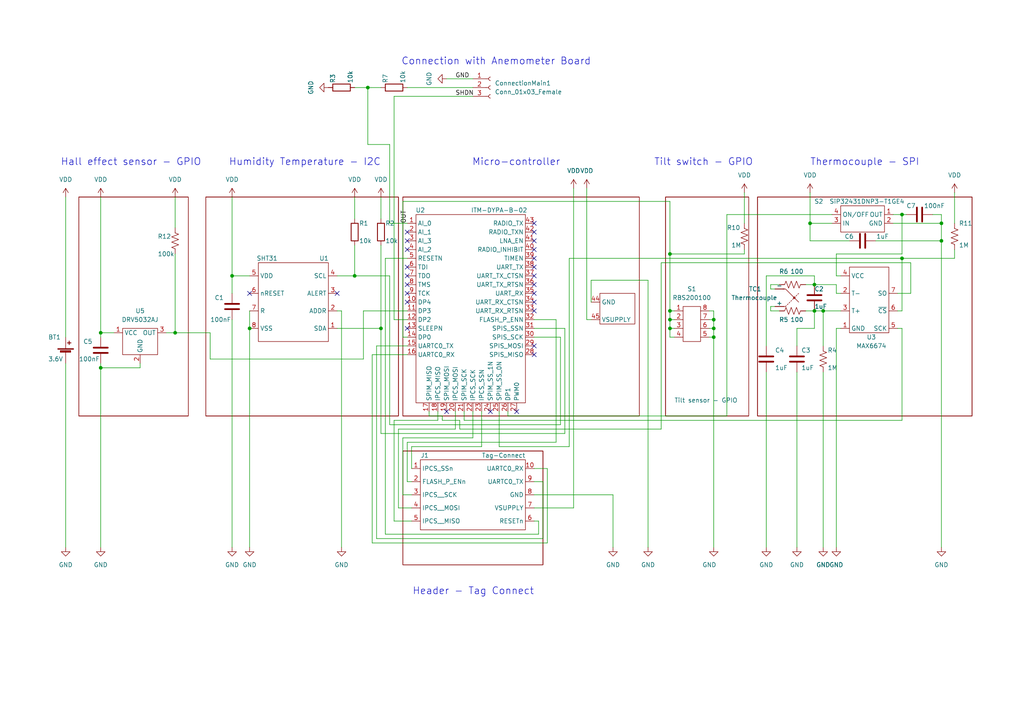
<source format=kicad_sch>
(kicad_sch (version 20211123) (generator eeschema)

  (uuid a5b3981a-8312-4b5b-a753-e25448a6fcbb)

  (paper "A4")

  (title_block
    (title "AIOT Pico")
    (date "2023-07-25")
    (rev "v1.3")
    (company "Inria Paris")
    (comment 1 "Fabrice Sivakumar")
  )

  (lib_symbols
    (symbol "Connector:Conn_01x03_Female" (pin_names (offset 1.016) hide) (in_bom yes) (on_board yes)
      (property "Reference" "J" (id 0) (at 0 5.08 0)
        (effects (font (size 1.27 1.27)))
      )
      (property "Value" "Conn_01x03_Female" (id 1) (at 0 -5.08 0)
        (effects (font (size 1.27 1.27)))
      )
      (property "Footprint" "" (id 2) (at 0 0 0)
        (effects (font (size 1.27 1.27)) hide)
      )
      (property "Datasheet" "~" (id 3) (at 0 0 0)
        (effects (font (size 1.27 1.27)) hide)
      )
      (property "ki_keywords" "connector" (id 4) (at 0 0 0)
        (effects (font (size 1.27 1.27)) hide)
      )
      (property "ki_description" "Generic connector, single row, 01x03, script generated (kicad-library-utils/schlib/autogen/connector/)" (id 5) (at 0 0 0)
        (effects (font (size 1.27 1.27)) hide)
      )
      (property "ki_fp_filters" "Connector*:*_1x??_*" (id 6) (at 0 0 0)
        (effects (font (size 1.27 1.27)) hide)
      )
      (symbol "Conn_01x03_Female_1_1"
        (arc (start 0 -2.032) (mid -0.508 -2.54) (end 0 -3.048)
          (stroke (width 0.1524) (type default) (color 0 0 0 0))
          (fill (type none))
        )
        (polyline
          (pts
            (xy -1.27 -2.54)
            (xy -0.508 -2.54)
          )
          (stroke (width 0.1524) (type default) (color 0 0 0 0))
          (fill (type none))
        )
        (polyline
          (pts
            (xy -1.27 0)
            (xy -0.508 0)
          )
          (stroke (width 0.1524) (type default) (color 0 0 0 0))
          (fill (type none))
        )
        (polyline
          (pts
            (xy -1.27 2.54)
            (xy -0.508 2.54)
          )
          (stroke (width 0.1524) (type default) (color 0 0 0 0))
          (fill (type none))
        )
        (arc (start 0 0.508) (mid -0.508 0) (end 0 -0.508)
          (stroke (width 0.1524) (type default) (color 0 0 0 0))
          (fill (type none))
        )
        (arc (start 0 3.048) (mid -0.508 2.54) (end 0 2.032)
          (stroke (width 0.1524) (type default) (color 0 0 0 0))
          (fill (type none))
        )
        (pin passive line (at -5.08 2.54 0) (length 3.81)
          (name "Pin_1" (effects (font (size 1.27 1.27))))
          (number "1" (effects (font (size 1.27 1.27))))
        )
        (pin passive line (at -5.08 0 0) (length 3.81)
          (name "Pin_2" (effects (font (size 1.27 1.27))))
          (number "2" (effects (font (size 1.27 1.27))))
        )
        (pin passive line (at -5.08 -2.54 0) (length 3.81)
          (name "Pin_3" (effects (font (size 1.27 1.27))))
          (number "3" (effects (font (size 1.27 1.27))))
        )
      )
    )
    (symbol "Device:Battery_Cell" (pin_numbers hide) (pin_names (offset 0) hide) (in_bom yes) (on_board yes)
      (property "Reference" "BT" (id 0) (at 2.54 2.54 0)
        (effects (font (size 1.27 1.27)) (justify left))
      )
      (property "Value" "Battery_Cell" (id 1) (at 2.54 0 0)
        (effects (font (size 1.27 1.27)) (justify left))
      )
      (property "Footprint" "" (id 2) (at 0 1.524 90)
        (effects (font (size 1.27 1.27)) hide)
      )
      (property "Datasheet" "~" (id 3) (at 0 1.524 90)
        (effects (font (size 1.27 1.27)) hide)
      )
      (property "ki_keywords" "battery cell" (id 4) (at 0 0 0)
        (effects (font (size 1.27 1.27)) hide)
      )
      (property "ki_description" "Single-cell battery" (id 5) (at 0 0 0)
        (effects (font (size 1.27 1.27)) hide)
      )
      (symbol "Battery_Cell_0_1"
        (rectangle (start -2.286 1.778) (end 2.286 1.524)
          (stroke (width 0) (type default) (color 0 0 0 0))
          (fill (type outline))
        )
        (rectangle (start -1.5748 1.1938) (end 1.4732 0.6858)
          (stroke (width 0) (type default) (color 0 0 0 0))
          (fill (type outline))
        )
        (polyline
          (pts
            (xy 0 0.762)
            (xy 0 0)
          )
          (stroke (width 0) (type default) (color 0 0 0 0))
          (fill (type none))
        )
        (polyline
          (pts
            (xy 0 1.778)
            (xy 0 2.54)
          )
          (stroke (width 0) (type default) (color 0 0 0 0))
          (fill (type none))
        )
        (polyline
          (pts
            (xy 0.508 3.429)
            (xy 1.524 3.429)
          )
          (stroke (width 0.254) (type default) (color 0 0 0 0))
          (fill (type none))
        )
        (polyline
          (pts
            (xy 1.016 3.937)
            (xy 1.016 2.921)
          )
          (stroke (width 0.254) (type default) (color 0 0 0 0))
          (fill (type none))
        )
      )
      (symbol "Battery_Cell_1_1"
        (pin passive line (at 0 5.08 270) (length 2.54)
          (name "+" (effects (font (size 1.27 1.27))))
          (number "1" (effects (font (size 1.27 1.27))))
        )
        (pin passive line (at 0 -2.54 90) (length 2.54)
          (name "-" (effects (font (size 1.27 1.27))))
          (number "2" (effects (font (size 1.27 1.27))))
        )
      )
    )
    (symbol "Device:C" (pin_numbers hide) (pin_names (offset 0.254)) (in_bom yes) (on_board yes)
      (property "Reference" "C" (id 0) (at 0.635 2.54 0)
        (effects (font (size 1.27 1.27)) (justify left))
      )
      (property "Value" "C" (id 1) (at 0.635 -2.54 0)
        (effects (font (size 1.27 1.27)) (justify left))
      )
      (property "Footprint" "" (id 2) (at 0.9652 -3.81 0)
        (effects (font (size 1.27 1.27)) hide)
      )
      (property "Datasheet" "~" (id 3) (at 0 0 0)
        (effects (font (size 1.27 1.27)) hide)
      )
      (property "ki_keywords" "cap capacitor" (id 4) (at 0 0 0)
        (effects (font (size 1.27 1.27)) hide)
      )
      (property "ki_description" "Unpolarized capacitor" (id 5) (at 0 0 0)
        (effects (font (size 1.27 1.27)) hide)
      )
      (property "ki_fp_filters" "C_*" (id 6) (at 0 0 0)
        (effects (font (size 1.27 1.27)) hide)
      )
      (symbol "C_0_1"
        (polyline
          (pts
            (xy -2.032 -0.762)
            (xy 2.032 -0.762)
          )
          (stroke (width 0.508) (type default) (color 0 0 0 0))
          (fill (type none))
        )
        (polyline
          (pts
            (xy -2.032 0.762)
            (xy 2.032 0.762)
          )
          (stroke (width 0.508) (type default) (color 0 0 0 0))
          (fill (type none))
        )
      )
      (symbol "C_1_1"
        (pin passive line (at 0 3.81 270) (length 2.794)
          (name "~" (effects (font (size 1.27 1.27))))
          (number "1" (effects (font (size 1.27 1.27))))
        )
        (pin passive line (at 0 -3.81 90) (length 2.794)
          (name "~" (effects (font (size 1.27 1.27))))
          (number "2" (effects (font (size 1.27 1.27))))
        )
      )
    )
    (symbol "Device:R" (pin_numbers hide) (pin_names (offset 0)) (in_bom yes) (on_board yes)
      (property "Reference" "R" (id 0) (at 2.032 0 90)
        (effects (font (size 1.27 1.27)))
      )
      (property "Value" "R" (id 1) (at 0 0 90)
        (effects (font (size 1.27 1.27)))
      )
      (property "Footprint" "" (id 2) (at -1.778 0 90)
        (effects (font (size 1.27 1.27)) hide)
      )
      (property "Datasheet" "~" (id 3) (at 0 0 0)
        (effects (font (size 1.27 1.27)) hide)
      )
      (property "ki_keywords" "R res resistor" (id 4) (at 0 0 0)
        (effects (font (size 1.27 1.27)) hide)
      )
      (property "ki_description" "Resistor" (id 5) (at 0 0 0)
        (effects (font (size 1.27 1.27)) hide)
      )
      (property "ki_fp_filters" "R_*" (id 6) (at 0 0 0)
        (effects (font (size 1.27 1.27)) hide)
      )
      (symbol "R_0_1"
        (rectangle (start -1.016 -2.54) (end 1.016 2.54)
          (stroke (width 0.254) (type default) (color 0 0 0 0))
          (fill (type none))
        )
      )
      (symbol "R_1_1"
        (pin passive line (at 0 3.81 270) (length 1.27)
          (name "~" (effects (font (size 1.27 1.27))))
          (number "1" (effects (font (size 1.27 1.27))))
        )
        (pin passive line (at 0 -3.81 90) (length 1.27)
          (name "~" (effects (font (size 1.27 1.27))))
          (number "2" (effects (font (size 1.27 1.27))))
        )
      )
    )
    (symbol "Device:R_US" (pin_numbers hide) (pin_names (offset 0)) (in_bom yes) (on_board yes)
      (property "Reference" "R" (id 0) (at 2.54 0 90)
        (effects (font (size 1.27 1.27)))
      )
      (property "Value" "R_US" (id 1) (at -2.54 0 90)
        (effects (font (size 1.27 1.27)))
      )
      (property "Footprint" "" (id 2) (at 1.016 -0.254 90)
        (effects (font (size 1.27 1.27)) hide)
      )
      (property "Datasheet" "~" (id 3) (at 0 0 0)
        (effects (font (size 1.27 1.27)) hide)
      )
      (property "ki_keywords" "R res resistor" (id 4) (at 0 0 0)
        (effects (font (size 1.27 1.27)) hide)
      )
      (property "ki_description" "Resistor, US symbol" (id 5) (at 0 0 0)
        (effects (font (size 1.27 1.27)) hide)
      )
      (property "ki_fp_filters" "R_*" (id 6) (at 0 0 0)
        (effects (font (size 1.27 1.27)) hide)
      )
      (symbol "R_US_0_1"
        (polyline
          (pts
            (xy 0 -2.286)
            (xy 0 -2.54)
          )
          (stroke (width 0) (type default) (color 0 0 0 0))
          (fill (type none))
        )
        (polyline
          (pts
            (xy 0 2.286)
            (xy 0 2.54)
          )
          (stroke (width 0) (type default) (color 0 0 0 0))
          (fill (type none))
        )
        (polyline
          (pts
            (xy 0 -0.762)
            (xy 1.016 -1.143)
            (xy 0 -1.524)
            (xy -1.016 -1.905)
            (xy 0 -2.286)
          )
          (stroke (width 0) (type default) (color 0 0 0 0))
          (fill (type none))
        )
        (polyline
          (pts
            (xy 0 0.762)
            (xy 1.016 0.381)
            (xy 0 0)
            (xy -1.016 -0.381)
            (xy 0 -0.762)
          )
          (stroke (width 0) (type default) (color 0 0 0 0))
          (fill (type none))
        )
        (polyline
          (pts
            (xy 0 2.286)
            (xy 1.016 1.905)
            (xy 0 1.524)
            (xy -1.016 1.143)
            (xy 0 0.762)
          )
          (stroke (width 0) (type default) (color 0 0 0 0))
          (fill (type none))
        )
      )
      (symbol "R_US_1_1"
        (pin passive line (at 0 3.81 270) (length 1.27)
          (name "~" (effects (font (size 1.27 1.27))))
          (number "1" (effects (font (size 1.27 1.27))))
        )
        (pin passive line (at 0 -3.81 90) (length 1.27)
          (name "~" (effects (font (size 1.27 1.27))))
          (number "2" (effects (font (size 1.27 1.27))))
        )
      )
    )
    (symbol "Device:Thermocouple" (pin_numbers hide) (pin_names (offset 0)) (in_bom yes) (on_board yes)
      (property "Reference" "TC" (id 0) (at -3.048 3.81 0)
        (effects (font (size 1.27 1.27)))
      )
      (property "Value" "Thermocouple" (id 1) (at -5.08 -4.064 0)
        (effects (font (size 1.27 1.27)) (justify left))
      )
      (property "Footprint" "" (id 2) (at -14.605 1.27 0)
        (effects (font (size 1.27 1.27)) hide)
      )
      (property "Datasheet" "~" (id 3) (at -14.605 1.27 0)
        (effects (font (size 1.27 1.27)) hide)
      )
      (property "ki_keywords" "thermocouple temperature sensor cold junction" (id 4) (at 0 0 0)
        (effects (font (size 1.27 1.27)) hide)
      )
      (property "ki_description" "Thermocouple" (id 5) (at 0 0 0)
        (effects (font (size 1.27 1.27)) hide)
      )
      (property "ki_fp_filters" "PIN?ARRAY* bornier* *Terminal?Block* Thermo*Couple*" (id 6) (at 0 0 0)
        (effects (font (size 1.27 1.27)) hide)
      )
      (symbol "Thermocouple_0_1"
        (circle (center -3.048 0) (radius 0.254)
          (stroke (width 0) (type default) (color 0 0 0 0))
          (fill (type outline))
        )
        (polyline
          (pts
            (xy -4.064 -1.016)
            (xy -4.318 -1.27)
          )
          (stroke (width 0) (type default) (color 0 0 0 0))
          (fill (type none))
        )
        (polyline
          (pts
            (xy -3.556 -0.508)
            (xy -3.81 -0.762)
          )
          (stroke (width 0) (type default) (color 0 0 0 0))
          (fill (type none))
        )
        (polyline
          (pts
            (xy -3.048 0)
            (xy -3.302 -0.254)
          )
          (stroke (width 0) (type default) (color 0 0 0 0))
          (fill (type none))
        )
        (polyline
          (pts
            (xy -2.54 0.508)
            (xy -2.794 0.254)
          )
          (stroke (width 0) (type default) (color 0 0 0 0))
          (fill (type none))
        )
        (polyline
          (pts
            (xy -2.032 1.016)
            (xy -2.286 0.762)
          )
          (stroke (width 0) (type default) (color 0 0 0 0))
          (fill (type none))
        )
        (polyline
          (pts
            (xy -1.524 1.524)
            (xy -1.778 1.27)
          )
          (stroke (width 0) (type default) (color 0 0 0 0))
          (fill (type none))
        )
        (polyline
          (pts
            (xy -1.016 2.032)
            (xy -1.27 1.778)
          )
          (stroke (width 0) (type default) (color 0 0 0 0))
          (fill (type none))
        )
        (polyline
          (pts
            (xy -0.508 2.54)
            (xy -0.762 2.286)
          )
          (stroke (width 0) (type default) (color 0 0 0 0))
          (fill (type none))
        )
        (polyline
          (pts
            (xy 0 -2.54)
            (xy -0.254 -2.54)
          )
          (stroke (width 0) (type default) (color 0 0 0 0))
          (fill (type none))
        )
        (polyline
          (pts
            (xy 0 2.54)
            (xy -0.508 2.54)
          )
          (stroke (width 0) (type default) (color 0 0 0 0))
          (fill (type none))
        )
        (polyline
          (pts
            (xy 0.254 -2.54)
            (xy -0.508 -2.54)
            (xy -4.318 1.27)
          )
          (stroke (width 0) (type default) (color 0 0 0 0))
          (fill (type none))
        )
      )
      (symbol "Thermocouple_1_1"
        (pin passive line (at 2.54 2.54 180) (length 2.54)
          (name "+" (effects (font (size 1.27 1.27))))
          (number "1" (effects (font (size 1.27 1.27))))
        )
        (pin passive line (at 2.54 -2.54 180) (length 2.54)
          (name "-" (effects (font (size 1.27 1.27))))
          (number "2" (effects (font (size 1.27 1.27))))
        )
      )
    )
    (symbol "aiot_symbol_lib:DRV5032AJ" (in_bom yes) (on_board yes)
      (property "Reference" "U" (id 0) (at 5.08 6.35 0)
        (effects (font (size 1.27 1.27)))
      )
      (property "Value" "DRV5032AJ" (id 1) (at -3.81 6.35 0)
        (effects (font (size 1.27 1.27)))
      )
      (property "Footprint" "" (id 2) (at 0 0 0)
        (effects (font (size 1.27 1.27)) hide)
      )
      (property "Datasheet" "" (id 3) (at 0 0 0)
        (effects (font (size 1.27 1.27)) hide)
      )
      (symbol "DRV5032AJ_0_1"
        (rectangle (start -5.08 3.81) (end 5.08 -3.81)
          (stroke (width 0) (type default) (color 0 0 0 0))
          (fill (type none))
        )
      )
      (symbol "DRV5032AJ_1_1"
        (pin input line (at -7.62 2.54 0) (length 2.54)
          (name "VCC" (effects (font (size 1.27 1.27))))
          (number "1" (effects (font (size 1.27 1.27))))
        )
        (pin input line (at 0 -6.35 90) (length 2.54)
          (name "GND" (effects (font (size 1.27 1.27))))
          (number "2" (effects (font (size 1.27 1.27))))
        )
        (pin input line (at 7.62 2.54 180) (length 2.54)
          (name "OUT" (effects (font (size 1.27 1.27))))
          (number "3" (effects (font (size 1.27 1.27))))
        )
      )
    )
    (symbol "aiot_symbol_lib:RBS200100" (in_bom yes) (on_board yes)
      (property "Reference" "S" (id 0) (at 6.35 7.62 0)
        (effects (font (size 1.27 1.27)))
      )
      (property "Value" "RBS200100" (id 1) (at -6.35 7.62 0)
        (effects (font (size 1.27 1.27)))
      )
      (property "Footprint" "" (id 2) (at 0 0 0)
        (effects (font (size 1.27 1.27)) hide)
      )
      (property "Datasheet" "" (id 3) (at 0 0 0)
        (effects (font (size 1.27 1.27)) hide)
      )
      (symbol "RBS200100_0_1"
        (rectangle (start -2.54 5.08) (end 2.54 -5.08)
          (stroke (width 0) (type default) (color 0 0 0 0))
          (fill (type none))
        )
      )
      (symbol "RBS200100_1_1"
        (pin input line (at -5.08 3.81 0) (length 2.54)
          (name "" (effects (font (size 1.27 1.27))))
          (number "1" (effects (font (size 1.27 1.27))))
        )
        (pin input line (at -5.08 1.27 0) (length 2.54)
          (name "" (effects (font (size 1.27 1.27))))
          (number "2" (effects (font (size 1.27 1.27))))
        )
        (pin input line (at -5.08 -1.27 0) (length 2.54)
          (name "" (effects (font (size 1.27 1.27))))
          (number "3" (effects (font (size 1.27 1.27))))
        )
        (pin input line (at -5.08 -3.81 0) (length 2.54)
          (name "" (effects (font (size 1.27 1.27))))
          (number "4" (effects (font (size 1.27 1.27))))
        )
        (pin input line (at 5.08 -3.81 180) (length 2.54)
          (name "" (effects (font (size 1.27 1.27))))
          (number "5" (effects (font (size 1.27 1.27))))
        )
        (pin input line (at 5.08 -1.27 180) (length 2.54)
          (name "" (effects (font (size 1.27 1.27))))
          (number "6" (effects (font (size 1.27 1.27))))
        )
        (pin input line (at 5.08 1.27 180) (length 2.54)
          (name "" (effects (font (size 1.27 1.27))))
          (number "7" (effects (font (size 1.27 1.27))))
        )
        (pin input line (at 5.08 3.81 180) (length 2.54)
          (name "" (effects (font (size 1.27 1.27))))
          (number "8" (effects (font (size 1.27 1.27))))
        )
      )
    )
    (symbol "heat_humidity_mesh_lib:ITM-DYPA-B-02" (in_bom yes) (on_board yes)
      (property "Reference" "U" (id 0) (at -15.24 29.21 0)
        (effects (font (size 1.27 1.27)))
      )
      (property "Value" "ITM-DYPA-B-02" (id 1) (at 24.13 -29.21 0)
        (effects (font (size 1.27 1.27)))
      )
      (property "Footprint" "" (id 2) (at 0 -15.24 0)
        (effects (font (size 1.27 1.27)) hide)
      )
      (property "Datasheet" "" (id 3) (at 0 -15.24 0)
        (effects (font (size 1.27 1.27)) hide)
      )
      (symbol "ITM-DYPA-B-02_0_1"
        (rectangle (start -16.51 27.94) (end 15.24 -26.67)
          (stroke (width 0) (type default) (color 0 0 0 0))
          (fill (type none))
        )
        (rectangle (start 36.83 5.08) (end 46.99 -3.81)
          (stroke (width 0) (type default) (color 0 0 0 0))
          (fill (type none))
        )
      )
      (symbol "ITM-DYPA-B-02_1_1"
        (pin input line (at -19.05 25.4 0) (length 2.54)
          (name "AI_0" (effects (font (size 1.27 1.27))))
          (number "1" (effects (font (size 1.27 1.27))))
        )
        (pin input line (at -19.05 2.54 0) (length 2.54)
          (name "DP4" (effects (font (size 1.27 1.27))))
          (number "10" (effects (font (size 1.27 1.27))))
        )
        (pin input line (at -19.05 0 0) (length 2.54)
          (name "DP3" (effects (font (size 1.27 1.27))))
          (number "11" (effects (font (size 1.27 1.27))))
        )
        (pin input line (at -19.05 -2.54 0) (length 2.54)
          (name "DP2" (effects (font (size 1.27 1.27))))
          (number "12" (effects (font (size 1.27 1.27))))
        )
        (pin input line (at -19.05 -5.08 0) (length 2.54)
          (name "SLEEPN" (effects (font (size 1.27 1.27))))
          (number "13" (effects (font (size 1.27 1.27))))
        )
        (pin input line (at -19.05 -7.62 0) (length 2.54)
          (name "DP0" (effects (font (size 1.27 1.27))))
          (number "14" (effects (font (size 1.27 1.27))))
        )
        (pin input line (at -19.05 -10.16 0) (length 2.54)
          (name "UARTC0_TX" (effects (font (size 1.27 1.27))))
          (number "15" (effects (font (size 1.27 1.27))))
        )
        (pin input line (at -19.05 -12.7 0) (length 2.54)
          (name "UARTC0_RX" (effects (font (size 1.27 1.27))))
          (number "16" (effects (font (size 1.27 1.27))))
        )
        (pin input line (at -12.7 -29.21 90) (length 2.54)
          (name "SPIM_MISO" (effects (font (size 1.27 1.27))))
          (number "17" (effects (font (size 1.27 1.27))))
        )
        (pin input line (at -10.16 -29.21 90) (length 2.54)
          (name "IPCS_MISO" (effects (font (size 1.27 1.27))))
          (number "18" (effects (font (size 1.27 1.27))))
        )
        (pin input line (at -7.62 -29.21 90) (length 2.54)
          (name "SPIM_MOSI" (effects (font (size 1.27 1.27))))
          (number "19" (effects (font (size 1.27 1.27))))
        )
        (pin input line (at -19.05 22.86 0) (length 2.54)
          (name "AI_1" (effects (font (size 1.27 1.27))))
          (number "2" (effects (font (size 1.27 1.27))))
        )
        (pin input line (at -5.08 -29.21 90) (length 2.54)
          (name "IPCS_MOSI" (effects (font (size 1.27 1.27))))
          (number "20" (effects (font (size 1.27 1.27))))
        )
        (pin input line (at -2.54 -29.21 90) (length 2.54)
          (name "SPIM_SCK" (effects (font (size 1.27 1.27))))
          (number "21" (effects (font (size 1.27 1.27))))
        )
        (pin input line (at 0 -29.21 90) (length 2.54)
          (name "IPCS_SCK" (effects (font (size 1.27 1.27))))
          (number "22" (effects (font (size 1.27 1.27))))
        )
        (pin input line (at 2.54 -29.21 90) (length 2.54)
          (name "IPCS_SSN" (effects (font (size 1.27 1.27))))
          (number "23" (effects (font (size 1.27 1.27))))
        )
        (pin input line (at 5.08 -29.21 90) (length 2.54)
          (name "SPIM_SS_1N" (effects (font (size 1.27 1.27))))
          (number "24" (effects (font (size 1.27 1.27))))
        )
        (pin input line (at 7.62 -29.21 90) (length 2.54)
          (name "SPIM_SS_0N" (effects (font (size 1.27 1.27))))
          (number "25" (effects (font (size 1.27 1.27))))
        )
        (pin input line (at 10.16 -29.21 90) (length 2.54)
          (name "DP1" (effects (font (size 1.27 1.27))))
          (number "26" (effects (font (size 1.27 1.27))))
        )
        (pin input line (at 12.7 -29.21 90) (length 2.54)
          (name "PWM0" (effects (font (size 1.27 1.27))))
          (number "27" (effects (font (size 1.27 1.27))))
        )
        (pin input line (at 17.78 -12.7 180) (length 2.54)
          (name "SPIS_MISO" (effects (font (size 1.27 1.27))))
          (number "28" (effects (font (size 1.27 1.27))))
        )
        (pin input line (at 17.78 -10.16 180) (length 2.54)
          (name "SPIS_MOSI" (effects (font (size 1.27 1.27))))
          (number "29" (effects (font (size 1.27 1.27))))
        )
        (pin input line (at -19.05 20.32 0) (length 2.54)
          (name "AI_3" (effects (font (size 1.27 1.27))))
          (number "3" (effects (font (size 1.27 1.27))))
        )
        (pin input line (at 17.78 -7.62 180) (length 2.54)
          (name "SPIS_SCK" (effects (font (size 1.27 1.27))))
          (number "30" (effects (font (size 1.27 1.27))))
        )
        (pin input line (at 17.78 -5.08 180) (length 2.54)
          (name "SPIS_SSN" (effects (font (size 1.27 1.27))))
          (number "31" (effects (font (size 1.27 1.27))))
        )
        (pin input line (at 17.78 -2.54 180) (length 2.54)
          (name "FLASH_P_ENN" (effects (font (size 1.27 1.27))))
          (number "32" (effects (font (size 1.27 1.27))))
        )
        (pin input line (at 17.78 0 180) (length 2.54)
          (name "UART_RX_RTSN" (effects (font (size 1.27 1.27))))
          (number "33" (effects (font (size 1.27 1.27))))
        )
        (pin input line (at 17.78 2.54 180) (length 2.54)
          (name "UART_RX_CTSN" (effects (font (size 1.27 1.27))))
          (number "34" (effects (font (size 1.27 1.27))))
        )
        (pin input line (at 17.78 5.08 180) (length 2.54)
          (name "UART_RX" (effects (font (size 1.27 1.27))))
          (number "35" (effects (font (size 1.27 1.27))))
        )
        (pin input line (at 17.78 7.62 180) (length 2.54)
          (name "UART_TX_RTSN" (effects (font (size 1.27 1.27))))
          (number "36" (effects (font (size 1.27 1.27))))
        )
        (pin input line (at 17.78 10.16 180) (length 2.54)
          (name "UART_TX_CTSN" (effects (font (size 1.27 1.27))))
          (number "37" (effects (font (size 1.27 1.27))))
        )
        (pin input line (at 17.78 12.7 180) (length 2.54)
          (name "UART_TX" (effects (font (size 1.27 1.27))))
          (number "38" (effects (font (size 1.27 1.27))))
        )
        (pin input line (at 17.78 15.24 180) (length 2.54)
          (name "TIMEN" (effects (font (size 1.27 1.27))))
          (number "39" (effects (font (size 1.27 1.27))))
        )
        (pin input line (at -19.05 17.78 0) (length 2.54)
          (name "AI_2" (effects (font (size 1.27 1.27))))
          (number "4" (effects (font (size 1.27 1.27))))
        )
        (pin input line (at 17.78 17.78 180) (length 2.54)
          (name "RADIO_INHIBIT" (effects (font (size 1.27 1.27))))
          (number "40" (effects (font (size 1.27 1.27))))
        )
        (pin input line (at 17.78 20.32 180) (length 2.54)
          (name "LNA_EN" (effects (font (size 1.27 1.27))))
          (number "41" (effects (font (size 1.27 1.27))))
        )
        (pin input line (at 17.78 22.86 180) (length 2.54)
          (name "RADIO_TXN" (effects (font (size 1.27 1.27))))
          (number "42" (effects (font (size 1.27 1.27))))
        )
        (pin input line (at 17.78 25.4 180) (length 2.54)
          (name "RADIO_TX" (effects (font (size 1.27 1.27))))
          (number "43" (effects (font (size 1.27 1.27))))
        )
        (pin input line (at 34.29 2.54 0) (length 2.54)
          (name "GND" (effects (font (size 1.27 1.27))))
          (number "44" (effects (font (size 1.27 1.27))))
        )
        (pin input line (at 34.29 -2.54 0) (length 2.54)
          (name "VSUPPLY" (effects (font (size 1.27 1.27))))
          (number "45" (effects (font (size 1.27 1.27))))
        )
        (pin input line (at -19.05 15.24 0) (length 2.54)
          (name "RESETN" (effects (font (size 1.27 1.27))))
          (number "5" (effects (font (size 1.27 1.27))))
        )
        (pin input line (at -19.05 12.7 0) (length 2.54)
          (name "TDI" (effects (font (size 1.27 1.27))))
          (number "6" (effects (font (size 1.27 1.27))))
        )
        (pin input line (at -19.05 10.16 0) (length 2.54)
          (name "TDO" (effects (font (size 1.27 1.27))))
          (number "7" (effects (font (size 1.27 1.27))))
        )
        (pin input line (at -19.05 7.62 0) (length 2.54)
          (name "TMS" (effects (font (size 1.27 1.27))))
          (number "8" (effects (font (size 1.27 1.27))))
        )
        (pin input line (at -19.05 5.08 0) (length 2.54)
          (name "TCK" (effects (font (size 1.27 1.27))))
          (number "9" (effects (font (size 1.27 1.27))))
        )
      )
    )
    (symbol "heat_humidity_mesh_lib:MAX6674" (in_bom yes) (on_board yes)
      (property "Reference" "U3" (id 0) (at 0 -10.16 0)
        (effects (font (size 1.27 1.27)))
      )
      (property "Value" "MAX6674" (id 1) (at 0 -12.7 0)
        (effects (font (size 1.27 1.27)))
      )
      (property "Footprint" "digikey-footprints:SOIC-7-8_W3.9mm" (id 2) (at -1.27 15.24 0)
        (effects (font (size 1.27 1.27)) hide)
      )
      (property "Datasheet" "" (id 3) (at 0 0 0)
        (effects (font (size 1.27 1.27)) hide)
      )
      (symbol "MAX6674_0_1"
        (rectangle (start -6.35 10.16) (end 5.08 -8.89)
          (stroke (width 0) (type default) (color 0 0 0 0))
          (fill (type none))
        )
      )
      (symbol "MAX6674_1_1"
        (pin input line (at -8.89 -7.62 0) (length 2.54)
          (name "GND" (effects (font (size 1.27 1.27))))
          (number "1" (effects (font (size 1.27 1.27))))
        )
        (pin input line (at -8.89 2.54 0) (length 2.54)
          (name "T-" (effects (font (size 1.27 1.27))))
          (number "2" (effects (font (size 1.27 1.27))))
        )
        (pin input line (at -8.89 -2.54 0) (length 2.54)
          (name "T+" (effects (font (size 1.27 1.27))))
          (number "3" (effects (font (size 1.27 1.27))))
        )
        (pin input line (at -8.89 7.62 0) (length 2.54)
          (name "VCC" (effects (font (size 1.27 1.27))))
          (number "4" (effects (font (size 1.27 1.27))))
        )
        (pin input line (at 7.62 -7.62 180) (length 2.54)
          (name "SCK" (effects (font (size 1.27 1.27))))
          (number "5" (effects (font (size 1.27 1.27))))
        )
        (pin input line (at 7.62 -2.54 180) (length 2.54)
          (name "~{CS}" (effects (font (size 1.27 1.27))))
          (number "6" (effects (font (size 1.27 1.27))))
        )
        (pin input line (at 7.62 2.54 180) (length 2.54)
          (name "SO" (effects (font (size 1.27 1.27))))
          (number "7" (effects (font (size 1.27 1.27))))
        )
      )
    )
    (symbol "heat_humidity_mesh_lib:SHT31" (in_bom yes) (on_board yes)
      (property "Reference" "U" (id 0) (at -8.89 12.7 0)
        (effects (font (size 1.27 1.27)))
      )
      (property "Value" "SHT31" (id 1) (at 7.62 -12.7 0)
        (effects (font (size 1.27 1.27)))
      )
      (property "Footprint" "" (id 2) (at 1.27 1.27 0)
        (effects (font (size 1.27 1.27)) hide)
      )
      (property "Datasheet" "" (id 3) (at 1.27 1.27 0)
        (effects (font (size 1.27 1.27)) hide)
      )
      (symbol "SHT31_0_1"
        (rectangle (start -10.16 11.43) (end 10.16 -11.43)
          (stroke (width 0) (type default) (color 0 0 0 0))
          (fill (type none))
        )
      )
      (symbol "SHT31_1_1"
        (pin input line (at -12.7 7.62 0) (length 2.54)
          (name "SDA" (effects (font (size 1.27 1.27))))
          (number "1" (effects (font (size 1.27 1.27))))
        )
        (pin input line (at -12.7 2.54 0) (length 2.54)
          (name "ADDR" (effects (font (size 1.27 1.27))))
          (number "2" (effects (font (size 1.27 1.27))))
        )
        (pin input line (at -12.7 -2.54 0) (length 2.54)
          (name "ALERT" (effects (font (size 1.27 1.27))))
          (number "3" (effects (font (size 1.27 1.27))))
        )
        (pin input line (at -12.7 -7.62 0) (length 2.54)
          (name "SCL" (effects (font (size 1.27 1.27))))
          (number "4" (effects (font (size 1.27 1.27))))
        )
        (pin input line (at 12.7 -7.62 180) (length 2.54)
          (name "VDD" (effects (font (size 1.27 1.27))))
          (number "5" (effects (font (size 1.27 1.27))))
        )
        (pin input line (at 12.7 -2.54 180) (length 2.54)
          (name "nRESET" (effects (font (size 1.27 1.27))))
          (number "6" (effects (font (size 1.27 1.27))))
        )
        (pin input line (at 12.7 2.54 180) (length 2.54)
          (name "R" (effects (font (size 1.27 1.27))))
          (number "7" (effects (font (size 1.27 1.27))))
        )
        (pin input line (at 12.7 7.62 180) (length 2.54)
          (name "VSS" (effects (font (size 1.27 1.27))))
          (number "8" (effects (font (size 1.27 1.27))))
        )
      )
    )
    (symbol "heat_humidity_mesh_lib:SiP32431DNP3-T1GE4" (in_bom yes) (on_board yes)
      (property "Reference" "S" (id 0) (at 12.7 7.62 0)
        (effects (font (size 1.27 1.27)))
      )
      (property "Value" "SiP32431DNP3-T1GE4" (id 1) (at -1.27 7.62 0)
        (effects (font (size 1.27 1.27)))
      )
      (property "Footprint" "" (id 2) (at 0 0 0)
        (effects (font (size 1.27 1.27)) hide)
      )
      (property "Datasheet" "" (id 3) (at 0 0 0)
        (effects (font (size 1.27 1.27)) hide)
      )
      (symbol "SiP32431DNP3-T1GE4_0_1"
        (rectangle (start -6.35 3.81) (end 6.35 -3.81)
          (stroke (width 0) (type default) (color 0 0 0 0))
          (fill (type none))
        )
      )
      (symbol "SiP32431DNP3-T1GE4_1_1"
        (pin input line (at 8.89 1.27 180) (length 2.54)
          (name "OUT" (effects (font (size 1.27 1.27))))
          (number "1" (effects (font (size 1.27 1.27))))
        )
        (pin input line (at 8.89 -1.27 180) (length 2.54)
          (name "GND" (effects (font (size 1.27 1.27))))
          (number "2" (effects (font (size 1.27 1.27))))
        )
        (pin input line (at -8.89 -1.27 0) (length 2.54)
          (name "IN" (effects (font (size 1.27 1.27))))
          (number "3" (effects (font (size 1.27 1.27))))
        )
        (pin input line (at -8.89 1.27 0) (length 2.54)
          (name "ON/OFF" (effects (font (size 1.27 1.27))))
          (number "4" (effects (font (size 1.27 1.27))))
        )
      )
    )
    (symbol "heat_humidity_mesh_lib:Tag-Connect" (in_bom yes) (on_board yes)
      (property "Reference" "U" (id 0) (at 0 11.43 0)
        (effects (font (size 1.27 1.27)))
      )
      (property "Value" "Tag-Connect" (id 1) (at 0 -12.7 0)
        (effects (font (size 1.27 1.27)))
      )
      (property "Footprint" "" (id 2) (at 0 0 90)
        (effects (font (size 1.27 1.27)) hide)
      )
      (property "Datasheet" "" (id 3) (at 0 0 90)
        (effects (font (size 1.27 1.27)) hide)
      )
      (symbol "Tag-Connect_0_1"
        (rectangle (start -15.24 -10.16) (end 15.24 10.16)
          (stroke (width 0) (type default) (color 0 0 0 0))
          (fill (type none))
        )
      )
      (symbol "Tag-Connect_1_1"
        (pin input line (at -17.78 7.62 0) (length 2.54)
          (name "IPCS_SSn" (effects (font (size 1.27 1.27))))
          (number "1" (effects (font (size 1.27 1.27))))
        )
        (pin input line (at 17.78 7.62 180) (length 2.54)
          (name "UARTC0_RX" (effects (font (size 1.27 1.27))))
          (number "10" (effects (font (size 1.27 1.27))))
        )
        (pin input line (at -17.78 3.81 0) (length 2.54)
          (name "FLASH_P_ENn" (effects (font (size 1.27 1.27))))
          (number "2" (effects (font (size 1.27 1.27))))
        )
        (pin input line (at -17.78 0 0) (length 2.54)
          (name "IPCS__SCK" (effects (font (size 1.27 1.27))))
          (number "3" (effects (font (size 1.27 1.27))))
        )
        (pin input line (at -17.78 -3.81 0) (length 2.54)
          (name "IPCS__MOSI" (effects (font (size 1.27 1.27))))
          (number "4" (effects (font (size 1.27 1.27))))
        )
        (pin input line (at -17.78 -7.62 0) (length 2.54)
          (name "IPCS__MISO" (effects (font (size 1.27 1.27))))
          (number "5" (effects (font (size 1.27 1.27))))
        )
        (pin input line (at 17.78 -7.62 180) (length 2.54)
          (name "RESETn" (effects (font (size 1.27 1.27))))
          (number "6" (effects (font (size 1.27 1.27))))
        )
        (pin input line (at 17.78 -3.81 180) (length 2.54)
          (name "VSUPPLY" (effects (font (size 1.27 1.27))))
          (number "7" (effects (font (size 1.27 1.27))))
        )
        (pin input line (at 17.78 0 180) (length 2.54)
          (name "GND" (effects (font (size 1.27 1.27))))
          (number "8" (effects (font (size 1.27 1.27))))
        )
        (pin input line (at 17.78 3.81 180) (length 2.54)
          (name "UARTC0_TX" (effects (font (size 1.27 1.27))))
          (number "9" (effects (font (size 1.27 1.27))))
        )
      )
    )
    (symbol "power:GND" (power) (pin_names (offset 0)) (in_bom yes) (on_board yes)
      (property "Reference" "#PWR" (id 0) (at 0 -6.35 0)
        (effects (font (size 1.27 1.27)) hide)
      )
      (property "Value" "GND" (id 1) (at 0 -3.81 0)
        (effects (font (size 1.27 1.27)))
      )
      (property "Footprint" "" (id 2) (at 0 0 0)
        (effects (font (size 1.27 1.27)) hide)
      )
      (property "Datasheet" "" (id 3) (at 0 0 0)
        (effects (font (size 1.27 1.27)) hide)
      )
      (property "ki_keywords" "power-flag" (id 4) (at 0 0 0)
        (effects (font (size 1.27 1.27)) hide)
      )
      (property "ki_description" "Power symbol creates a global label with name \"GND\" , ground" (id 5) (at 0 0 0)
        (effects (font (size 1.27 1.27)) hide)
      )
      (symbol "GND_0_1"
        (polyline
          (pts
            (xy 0 0)
            (xy 0 -1.27)
            (xy 1.27 -1.27)
            (xy 0 -2.54)
            (xy -1.27 -1.27)
            (xy 0 -1.27)
          )
          (stroke (width 0) (type default) (color 0 0 0 0))
          (fill (type none))
        )
      )
      (symbol "GND_1_1"
        (pin power_in line (at 0 0 270) (length 0) hide
          (name "GND" (effects (font (size 1.27 1.27))))
          (number "1" (effects (font (size 1.27 1.27))))
        )
      )
    )
    (symbol "power:VDD" (power) (pin_names (offset 0)) (in_bom yes) (on_board yes)
      (property "Reference" "#PWR" (id 0) (at 0 -3.81 0)
        (effects (font (size 1.27 1.27)) hide)
      )
      (property "Value" "VDD" (id 1) (at 0 3.81 0)
        (effects (font (size 1.27 1.27)))
      )
      (property "Footprint" "" (id 2) (at 0 0 0)
        (effects (font (size 1.27 1.27)) hide)
      )
      (property "Datasheet" "" (id 3) (at 0 0 0)
        (effects (font (size 1.27 1.27)) hide)
      )
      (property "ki_keywords" "power-flag" (id 4) (at 0 0 0)
        (effects (font (size 1.27 1.27)) hide)
      )
      (property "ki_description" "Power symbol creates a global label with name \"VDD\"" (id 5) (at 0 0 0)
        (effects (font (size 1.27 1.27)) hide)
      )
      (symbol "VDD_0_1"
        (polyline
          (pts
            (xy -0.762 1.27)
            (xy 0 2.54)
          )
          (stroke (width 0) (type default) (color 0 0 0 0))
          (fill (type none))
        )
        (polyline
          (pts
            (xy 0 0)
            (xy 0 2.54)
          )
          (stroke (width 0) (type default) (color 0 0 0 0))
          (fill (type none))
        )
        (polyline
          (pts
            (xy 0 2.54)
            (xy 0.762 1.27)
          )
          (stroke (width 0) (type default) (color 0 0 0 0))
          (fill (type none))
        )
      )
      (symbol "VDD_1_1"
        (pin power_in line (at 0 0 90) (length 0) hide
          (name "VDD" (effects (font (size 1.27 1.27))))
          (number "1" (effects (font (size 1.27 1.27))))
        )
      )
    )
  )

  (junction (at 194.31 73.66) (diameter 0) (color 0 0 0 0)
    (uuid 32488585-223a-40c2-a1d1-a036147d4d4c)
  )
  (junction (at 273.05 69.85) (diameter 0) (color 0 0 0 0)
    (uuid 32c42870-615b-48fb-8a0b-0aaca905d988)
  )
  (junction (at 194.31 95.25) (diameter 0) (color 0 0 0 0)
    (uuid 4fad054a-2505-41de-9a40-b732ac0fb4b0)
  )
  (junction (at 207.01 95.25) (diameter 0) (color 0 0 0 0)
    (uuid 5d3b1520-4846-48a2-8f8d-69acf5d56f23)
  )
  (junction (at 106.68 25.4) (diameter 0) (color 0 0 0 0)
    (uuid 5dceda7f-4958-47bb-afde-a1e4720028db)
  )
  (junction (at 261.62 74.93) (diameter 0) (color 0 0 0 0)
    (uuid 621dceec-13c3-45df-8b0f-0b72251c35d3)
  )
  (junction (at 194.31 92.71) (diameter 0) (color 0 0 0 0)
    (uuid 6598ca22-b6cf-4aae-8d21-9a76b6d92dca)
  )
  (junction (at 236.22 90.17) (diameter 0) (color 0 0 0 0)
    (uuid 70f0c0c3-f18c-4938-a783-b554c25312f1)
  )
  (junction (at 50.8 96.52) (diameter 0) (color 0 0 0 0)
    (uuid 76faa6f3-b2b2-4b9f-bdda-f913b0380faa)
  )
  (junction (at 29.21 96.52) (diameter 0) (color 0 0 0 0)
    (uuid 78c430ac-3200-42d6-a1b6-739717427cf7)
  )
  (junction (at 194.31 90.17) (diameter 0) (color 0 0 0 0)
    (uuid 8eed701f-673b-4e13-ac9c-fd8d6cb1250a)
  )
  (junction (at 102.87 80.01) (diameter 0) (color 0 0 0 0)
    (uuid 995c4303-8a7d-4868-8f77-f2918d2749f8)
  )
  (junction (at 72.39 95.25) (diameter 0) (color 0 0 0 0)
    (uuid 9e2480a5-a282-4dd4-b3ad-495d5cfdc926)
  )
  (junction (at 29.21 106.68) (diameter 0) (color 0 0 0 0)
    (uuid a74ecf6f-2667-4a67-94f1-9693e1e4e020)
  )
  (junction (at 238.76 90.17) (diameter 0) (color 0 0 0 0)
    (uuid adb8369b-a69f-4a30-a26a-c45c7be04969)
  )
  (junction (at 236.22 82.55) (diameter 0) (color 0 0 0 0)
    (uuid ca6b6b27-b93e-4f45-92ff-fb37d8fca30a)
  )
  (junction (at 110.49 95.25) (diameter 0) (color 0 0 0 0)
    (uuid cb9e67f7-1a9c-4c1d-b1fd-54f32c699063)
  )
  (junction (at 207.01 97.79) (diameter 0) (color 0 0 0 0)
    (uuid d1be781e-8a8a-4c02-b77d-dfcb5f186aab)
  )
  (junction (at 67.31 80.01) (diameter 0) (color 0 0 0 0)
    (uuid d98b1b1a-d1b0-4cea-8d4a-79f68b749673)
  )
  (junction (at 207.01 92.71) (diameter 0) (color 0 0 0 0)
    (uuid ddd6050b-39e2-4e74-830b-64516b9d1bf2)
  )
  (junction (at 273.05 64.77) (diameter 0) (color 0 0 0 0)
    (uuid e885fe39-6db5-4be3-864d-e3236db94b39)
  )
  (junction (at 234.95 64.77) (diameter 0) (color 0 0 0 0)
    (uuid ea650ba3-6a8b-49f9-9677-52d41329e40a)
  )
  (junction (at 261.62 62.23) (diameter 0) (color 0 0 0 0)
    (uuid f2007d72-3a08-4fab-b6a1-3d0b0e0c9e9d)
  )

  (no_connect (at 72.39 85.09) (uuid 19660122-e95e-4fa6-bc06-89cb4ac62782))
  (no_connect (at 97.79 85.09) (uuid 19660122-e95e-4fa6-bc06-89cb4ac62783))
  (no_connect (at 118.11 67.31) (uuid a355cd23-0699-40a2-a456-49fb1b5b51d0))
  (no_connect (at 118.11 69.85) (uuid a355cd23-0699-40a2-a456-49fb1b5b51d1))
  (no_connect (at 118.11 85.09) (uuid a355cd23-0699-40a2-a456-49fb1b5b51d2))
  (no_connect (at 118.11 87.63) (uuid a355cd23-0699-40a2-a456-49fb1b5b51d3))
  (no_connect (at 118.11 95.25) (uuid a355cd23-0699-40a2-a456-49fb1b5b51d5))
  (no_connect (at 129.54 119.38) (uuid a355cd23-0699-40a2-a456-49fb1b5b51d6))
  (no_connect (at 142.24 119.38) (uuid a355cd23-0699-40a2-a456-49fb1b5b51d7))
  (no_connect (at 149.86 119.38) (uuid a355cd23-0699-40a2-a456-49fb1b5b51d8))
  (no_connect (at 154.94 102.87) (uuid a355cd23-0699-40a2-a456-49fb1b5b51d9))
  (no_connect (at 154.94 82.55) (uuid a355cd23-0699-40a2-a456-49fb1b5b51da))
  (no_connect (at 154.94 80.01) (uuid a355cd23-0699-40a2-a456-49fb1b5b51db))
  (no_connect (at 154.94 77.47) (uuid a355cd23-0699-40a2-a456-49fb1b5b51dc))
  (no_connect (at 154.94 74.93) (uuid a355cd23-0699-40a2-a456-49fb1b5b51dd))
  (no_connect (at 154.94 72.39) (uuid a355cd23-0699-40a2-a456-49fb1b5b51de))
  (no_connect (at 154.94 69.85) (uuid a355cd23-0699-40a2-a456-49fb1b5b51df))
  (no_connect (at 154.94 67.31) (uuid a355cd23-0699-40a2-a456-49fb1b5b51e0))
  (no_connect (at 154.94 64.77) (uuid a355cd23-0699-40a2-a456-49fb1b5b51e1))
  (no_connect (at 118.11 72.39) (uuid a355cd23-0699-40a2-a456-49fb1b5b51e2))
  (no_connect (at 118.11 77.47) (uuid a355cd23-0699-40a2-a456-49fb1b5b51e3))
  (no_connect (at 118.11 80.01) (uuid a355cd23-0699-40a2-a456-49fb1b5b51e4))
  (no_connect (at 118.11 82.55) (uuid a355cd23-0699-40a2-a456-49fb1b5b51e5))
  (no_connect (at 154.94 100.33) (uuid a355cd23-0699-40a2-a456-49fb1b5b51e6))
  (no_connect (at 154.94 90.17) (uuid a355cd23-0699-40a2-a456-49fb1b5b51e7))
  (no_connect (at 154.94 87.63) (uuid a355cd23-0699-40a2-a456-49fb1b5b51e8))
  (no_connect (at 154.94 85.09) (uuid a355cd23-0699-40a2-a456-49fb1b5b51e9))

  (wire (pts (xy 144.78 119.38) (xy 144.78 129.54))
    (stroke (width 0) (type default) (color 0 0 0 0))
    (uuid 02fde2f3-fbfa-4836-aa54-3a06329efc27)
  )
  (wire (pts (xy 194.31 95.25) (xy 194.31 92.71))
    (stroke (width 0) (type default) (color 0 0 0 0))
    (uuid 068b569b-f893-40b2-8f66-18f95af450f7)
  )
  (wire (pts (xy 154.94 135.89) (xy 158.75 135.89))
    (stroke (width 0) (type default) (color 0 0 0 0))
    (uuid 06e38dfa-0a6c-43f5-a6cd-c5e6679abb73)
  )
  (wire (pts (xy 205.74 97.79) (xy 207.01 97.79))
    (stroke (width 0) (type default) (color 0 0 0 0))
    (uuid 07b5618b-3fa4-46db-b525-a086c9b4f63c)
  )
  (wire (pts (xy 207.01 90.17) (xy 207.01 92.71))
    (stroke (width 0) (type default) (color 0 0 0 0))
    (uuid 080d06cc-8ea4-407d-aa57-fe0e850eb946)
  )
  (wire (pts (xy 137.16 119.38) (xy 137.16 127))
    (stroke (width 0) (type default) (color 0 0 0 0))
    (uuid 08a406c8-a9f8-4e44-979e-9797bf2ff6c6)
  )
  (wire (pts (xy 161.29 92.71) (xy 154.94 92.71))
    (stroke (width 0) (type default) (color 0 0 0 0))
    (uuid 08d49622-1035-426c-b598-539548bf6884)
  )
  (wire (pts (xy 114.3 151.13) (xy 114.3 121.92))
    (stroke (width 0) (type default) (color 0 0 0 0))
    (uuid 0a931f6c-5623-422f-958b-1464fa7ddde0)
  )
  (wire (pts (xy 264.16 76.2) (xy 264.16 85.09))
    (stroke (width 0) (type default) (color 0 0 0 0))
    (uuid 0b565d74-d157-43af-b305-3a89ce2bcd37)
  )
  (wire (pts (xy 128.27 120.65) (xy 124.46 120.65))
    (stroke (width 0) (type default) (color 0 0 0 0))
    (uuid 0f85f245-c2f6-45b4-9b8e-225a4e58cb1d)
  )
  (wire (pts (xy 115.57 147.32) (xy 115.57 124.46))
    (stroke (width 0) (type default) (color 0 0 0 0))
    (uuid 102c0b0f-7ea8-4ecd-b4d7-06a3f1954f67)
  )
  (wire (pts (xy 238.76 90.17) (xy 243.84 90.17))
    (stroke (width 0) (type default) (color 0 0 0 0))
    (uuid 107bc9e0-05cf-40cc-a81d-3a32adc10143)
  )
  (wire (pts (xy 106.68 41.91) (xy 113.03 41.91))
    (stroke (width 0) (type default) (color 0 0 0 0))
    (uuid 11d174d6-7e34-477c-be2e-b6060c3742bc)
  )
  (wire (pts (xy 147.32 120.65) (xy 147.32 119.38))
    (stroke (width 0) (type default) (color 0 0 0 0))
    (uuid 1934ba5f-73a3-4c29-9e7c-f1e463ce40cb)
  )
  (wire (pts (xy 215.9 72.39) (xy 215.9 73.66))
    (stroke (width 0) (type default) (color 0 0 0 0))
    (uuid 1ac929af-5aa9-46d9-a21a-8c242845f62d)
  )
  (wire (pts (xy 113.03 123.19) (xy 162.56 123.19))
    (stroke (width 0) (type default) (color 0 0 0 0))
    (uuid 1bad9fe8-25fe-49ca-bec6-3cd954d89528)
  )
  (wire (pts (xy 156.21 151.13) (xy 156.21 154.94))
    (stroke (width 0) (type default) (color 0 0 0 0))
    (uuid 1c7089f5-9d5e-4e54-91f5-af2d80f80dec)
  )
  (wire (pts (xy 194.31 73.66) (xy 194.31 90.17))
    (stroke (width 0) (type default) (color 0 0 0 0))
    (uuid 1e03bf46-2969-4e0c-80ff-73403a8a7f7e)
  )
  (wire (pts (xy 133.35 121.92) (xy 128.27 121.92))
    (stroke (width 0) (type default) (color 0 0 0 0))
    (uuid 1e303fad-3bb2-4f7e-b60b-3761c382383e)
  )
  (wire (pts (xy 128.27 121.92) (xy 128.27 120.65))
    (stroke (width 0) (type default) (color 0 0 0 0))
    (uuid 1ed144df-f75a-49b5-a639-ee3b26cd4bc2)
  )
  (wire (pts (xy 210.82 62.23) (xy 241.3 62.23))
    (stroke (width 0) (type default) (color 0 0 0 0))
    (uuid 1ff07702-1bbd-46d1-888a-3c203a6636e1)
  )
  (wire (pts (xy 102.87 71.12) (xy 102.87 80.01))
    (stroke (width 0) (type default) (color 0 0 0 0))
    (uuid 23808d9a-cef8-48d8-af56-d734474a56e6)
  )
  (wire (pts (xy 158.75 135.89) (xy 158.75 157.48))
    (stroke (width 0) (type default) (color 0 0 0 0))
    (uuid 23a31186-a1bb-42fa-9925-df50de4817b7)
  )
  (wire (pts (xy 273.05 62.23) (xy 273.05 64.77))
    (stroke (width 0) (type default) (color 0 0 0 0))
    (uuid 2569e7e0-71d8-47be-a419-a26b38159fb2)
  )
  (wire (pts (xy 205.74 92.71) (xy 207.01 92.71))
    (stroke (width 0) (type default) (color 0 0 0 0))
    (uuid 270362a3-8950-4f77-98e4-bac313381ddd)
  )
  (wire (pts (xy 147.32 120.65) (xy 210.82 120.65))
    (stroke (width 0) (type default) (color 0 0 0 0))
    (uuid 28abe002-46ec-4876-bdf1-e7dd593850d0)
  )
  (wire (pts (xy 154.94 143.51) (xy 177.8 143.51))
    (stroke (width 0) (type default) (color 0 0 0 0))
    (uuid 28b8b808-a823-40ba-8890-599f6ecc52ac)
  )
  (wire (pts (xy 107.95 102.87) (xy 118.11 102.87))
    (stroke (width 0) (type default) (color 0 0 0 0))
    (uuid 28d710d9-f5da-4bb3-83dc-763697132bd3)
  )
  (wire (pts (xy 215.9 55.88) (xy 215.9 64.77))
    (stroke (width 0) (type default) (color 0 0 0 0))
    (uuid 2953d10f-91c9-4ce0-8c18-5366d720aa47)
  )
  (wire (pts (xy 67.31 80.01) (xy 67.31 85.09))
    (stroke (width 0) (type default) (color 0 0 0 0))
    (uuid 2a043446-b594-46bd-95f7-946ae3461b73)
  )
  (wire (pts (xy 113.03 80.01) (xy 113.03 123.19))
    (stroke (width 0) (type default) (color 0 0 0 0))
    (uuid 3264cd9c-0183-44c6-b0c6-93cdd34f77ef)
  )
  (wire (pts (xy 106.68 25.4) (xy 106.68 41.91))
    (stroke (width 0) (type default) (color 0 0 0 0))
    (uuid 32d55dd1-3818-465c-b473-d931574db268)
  )
  (wire (pts (xy 114.3 121.92) (xy 127 121.92))
    (stroke (width 0) (type default) (color 0 0 0 0))
    (uuid 33be9570-036d-4898-8689-ef0c185b41e3)
  )
  (wire (pts (xy 111.76 154.94) (xy 111.76 74.93))
    (stroke (width 0) (type default) (color 0 0 0 0))
    (uuid 385247d0-46c9-4aeb-abb5-4dd7eb907c35)
  )
  (wire (pts (xy 97.79 80.01) (xy 102.87 80.01))
    (stroke (width 0) (type default) (color 0 0 0 0))
    (uuid 3927a7d2-ddd1-4a44-8816-0f5f84978bd8)
  )
  (wire (pts (xy 105.41 90.17) (xy 118.11 90.17))
    (stroke (width 0) (type default) (color 0 0 0 0))
    (uuid 39555953-0c1b-4d96-9126-d4ee91a58be9)
  )
  (wire (pts (xy 261.62 95.25) (xy 261.62 121.92))
    (stroke (width 0) (type default) (color 0 0 0 0))
    (uuid 3b2bdafb-4712-48b6-913c-b8ba31812df8)
  )
  (wire (pts (xy 50.8 96.52) (xy 48.26 96.52))
    (stroke (width 0) (type default) (color 0 0 0 0))
    (uuid 3df436f7-d33e-4002-ab58-08720c0ddf72)
  )
  (wire (pts (xy 29.21 106.68) (xy 40.64 106.68))
    (stroke (width 0) (type default) (color 0 0 0 0))
    (uuid 3efbb93d-3419-4e06-9ab9-92246950df0e)
  )
  (wire (pts (xy 72.39 90.17) (xy 72.39 95.25))
    (stroke (width 0) (type default) (color 0 0 0 0))
    (uuid 43222f02-00c0-4758-add5-2e6926ebb0fc)
  )
  (wire (pts (xy 132.08 124.46) (xy 132.08 119.38))
    (stroke (width 0) (type default) (color 0 0 0 0))
    (uuid 4345ed97-db02-41bc-94d8-99c298b3f2b4)
  )
  (wire (pts (xy 231.14 95.25) (xy 236.22 95.25))
    (stroke (width 0) (type default) (color 0 0 0 0))
    (uuid 43550d61-d54c-43ed-8437-92ed8793836b)
  )
  (wire (pts (xy 113.03 41.91) (xy 113.03 64.77))
    (stroke (width 0) (type default) (color 0 0 0 0))
    (uuid 43d41f8c-eaa2-4145-9a7f-dc682d2ecb41)
  )
  (wire (pts (xy 163.83 95.25) (xy 154.94 95.25))
    (stroke (width 0) (type default) (color 0 0 0 0))
    (uuid 46ff0c46-1c7f-4892-95bb-6bf0b24163e7)
  )
  (wire (pts (xy 223.52 90.17) (xy 226.06 90.17))
    (stroke (width 0) (type default) (color 0 0 0 0))
    (uuid 4b32227a-00bf-4bb6-8dc9-cbf72f0de380)
  )
  (wire (pts (xy 67.31 92.71) (xy 67.31 158.75))
    (stroke (width 0) (type default) (color 0 0 0 0))
    (uuid 4b3d1b80-5285-4287-a070-c160156da805)
  )
  (wire (pts (xy 29.21 106.68) (xy 29.21 158.75))
    (stroke (width 0) (type default) (color 0 0 0 0))
    (uuid 4bd30903-2278-4fb2-955c-c7f5e7f57f26)
  )
  (wire (pts (xy 127 121.92) (xy 127 119.38))
    (stroke (width 0) (type default) (color 0 0 0 0))
    (uuid 4cd703f9-ca63-4fc1-9c8e-d7aec7186156)
  )
  (wire (pts (xy 110.49 71.12) (xy 110.49 95.25))
    (stroke (width 0) (type default) (color 0 0 0 0))
    (uuid 4d6af25e-11ed-4104-a6f6-fa7219982972)
  )
  (wire (pts (xy 118.11 128.27) (xy 161.29 128.27))
    (stroke (width 0) (type default) (color 0 0 0 0))
    (uuid 4de39711-6354-4126-813a-b64b07cd3bb5)
  )
  (wire (pts (xy 116.84 143.51) (xy 116.84 127))
    (stroke (width 0) (type default) (color 0 0 0 0))
    (uuid 4ea728f5-b0d4-467b-a7ad-4d1c16415cb8)
  )
  (wire (pts (xy 242.57 95.25) (xy 243.84 95.25))
    (stroke (width 0) (type default) (color 0 0 0 0))
    (uuid 5001285b-1275-4cc5-805d-225ab6d3d6be)
  )
  (wire (pts (xy 162.56 97.79) (xy 154.94 97.79))
    (stroke (width 0) (type default) (color 0 0 0 0))
    (uuid 50465f2f-8e15-43cc-a56c-51dda77946f1)
  )
  (wire (pts (xy 50.8 73.66) (xy 50.8 96.52))
    (stroke (width 0) (type default) (color 0 0 0 0))
    (uuid 52ca0044-a7f1-4b83-9b07-0aa855f2a3a0)
  )
  (wire (pts (xy 222.25 100.33) (xy 222.25 80.01))
    (stroke (width 0) (type default) (color 0 0 0 0))
    (uuid 55691c37-1ac3-4a27-870a-664c4ec57fb1)
  )
  (wire (pts (xy 205.74 90.17) (xy 207.01 90.17))
    (stroke (width 0) (type default) (color 0 0 0 0))
    (uuid 557af19d-08b6-4986-897b-6ef69592c9ec)
  )
  (wire (pts (xy 119.38 151.13) (xy 114.3 151.13))
    (stroke (width 0) (type default) (color 0 0 0 0))
    (uuid 5589b3bd-5741-4e45-bd7c-237963227e96)
  )
  (wire (pts (xy 242.57 85.09) (xy 243.84 85.09))
    (stroke (width 0) (type default) (color 0 0 0 0))
    (uuid 56d4ecdc-073f-4b2c-9a18-f7f12ccc8c04)
  )
  (wire (pts (xy 222.25 80.01) (xy 236.22 80.01))
    (stroke (width 0) (type default) (color 0 0 0 0))
    (uuid 578560a1-6b73-4957-bfb3-35ff677f74b4)
  )
  (wire (pts (xy 116.84 58.42) (xy 194.31 58.42))
    (stroke (width 0) (type default) (color 0 0 0 0))
    (uuid 588918f2-acb3-4e34-be1e-679f1dadbdee)
  )
  (wire (pts (xy 50.8 57.15) (xy 50.8 66.04))
    (stroke (width 0) (type default) (color 0 0 0 0))
    (uuid 58fc1678-f88b-41d5-bf7f-b1e71c1b2454)
  )
  (wire (pts (xy 110.49 57.15) (xy 110.49 63.5))
    (stroke (width 0) (type default) (color 0 0 0 0))
    (uuid 5a771aa8-1007-4638-b0ed-95dbf88276b9)
  )
  (wire (pts (xy 67.31 57.15) (xy 67.31 80.01))
    (stroke (width 0) (type default) (color 0 0 0 0))
    (uuid 5c03c1d9-d8b4-4ea8-b0da-dd0de7a34585)
  )
  (wire (pts (xy 242.57 73.66) (xy 242.57 80.01))
    (stroke (width 0) (type default) (color 0 0 0 0))
    (uuid 5c84ea1c-6dd3-4c87-8082-e826565bb883)
  )
  (wire (pts (xy 154.94 151.13) (xy 156.21 151.13))
    (stroke (width 0) (type default) (color 0 0 0 0))
    (uuid 5df6a0c5-e129-44db-a4e6-43cd58434748)
  )
  (wire (pts (xy 114.3 92.71) (xy 118.11 92.71))
    (stroke (width 0) (type default) (color 0 0 0 0))
    (uuid 5df7ef2b-ebef-42af-8f46-f5990dd46e2d)
  )
  (wire (pts (xy 194.31 58.42) (xy 194.31 73.66))
    (stroke (width 0) (type default) (color 0 0 0 0))
    (uuid 61505e50-bdda-4a72-865d-ea36381e6120)
  )
  (wire (pts (xy 33.02 96.52) (xy 29.21 96.52))
    (stroke (width 0) (type default) (color 0 0 0 0))
    (uuid 61634e48-619a-4fc7-bfdf-66d282d99b46)
  )
  (wire (pts (xy 118.11 139.7) (xy 118.11 128.27))
    (stroke (width 0) (type default) (color 0 0 0 0))
    (uuid 618f4d05-4869-4f97-b1a0-71f0380c1f08)
  )
  (wire (pts (xy 29.21 57.15) (xy 29.21 96.52))
    (stroke (width 0) (type default) (color 0 0 0 0))
    (uuid 635e1666-287a-4e23-a9ab-7c81df01eb47)
  )
  (wire (pts (xy 129.54 22.86) (xy 137.16 22.86))
    (stroke (width 0) (type default) (color 0 0 0 0))
    (uuid 6840fd06-bca5-47e4-910f-633f861301ce)
  )
  (wire (pts (xy 106.68 25.4) (xy 110.49 25.4))
    (stroke (width 0) (type default) (color 0 0 0 0))
    (uuid 68808ad4-afc3-4f1c-b6a7-0d096368987e)
  )
  (wire (pts (xy 116.84 58.42) (xy 116.84 97.79))
    (stroke (width 0) (type default) (color 0 0 0 0))
    (uuid 6c6d343a-a92e-44d9-9f61-67a8f5f0974a)
  )
  (wire (pts (xy 236.22 82.55) (xy 242.57 82.55))
    (stroke (width 0) (type default) (color 0 0 0 0))
    (uuid 7015995f-c2b7-4e40-95ee-8bbe6db436b2)
  )
  (wire (pts (xy 19.05 57.15) (xy 19.05 97.79))
    (stroke (width 0) (type default) (color 0 0 0 0))
    (uuid 70aa98b5-15eb-4432-a742-907fa0e34a3d)
  )
  (wire (pts (xy 194.31 97.79) (xy 194.31 95.25))
    (stroke (width 0) (type default) (color 0 0 0 0))
    (uuid 7327bb88-63f9-4991-bf77-1802b56e003e)
  )
  (wire (pts (xy 223.52 82.55) (xy 223.52 83.82))
    (stroke (width 0) (type default) (color 0 0 0 0))
    (uuid 73910b84-ea89-4159-a02a-07d1c3190bb1)
  )
  (wire (pts (xy 60.96 96.52) (xy 50.8 96.52))
    (stroke (width 0) (type default) (color 0 0 0 0))
    (uuid 741c568b-33f8-4f2e-8ba7-766a419efee3)
  )
  (wire (pts (xy 134.62 119.38) (xy 134.62 121.92))
    (stroke (width 0) (type default) (color 0 0 0 0))
    (uuid 75d91d5d-9a35-423f-bca9-d7e40b937ab6)
  )
  (wire (pts (xy 119.38 139.7) (xy 118.11 139.7))
    (stroke (width 0) (type default) (color 0 0 0 0))
    (uuid 76a9ab7f-c50e-4ba8-89b0-00b96f9493dc)
  )
  (wire (pts (xy 261.62 74.93) (xy 276.86 74.93))
    (stroke (width 0) (type default) (color 0 0 0 0))
    (uuid 77341a2c-64c7-4b6e-93e3-996fbe2ec1e2)
  )
  (wire (pts (xy 163.83 125.73) (xy 163.83 95.25))
    (stroke (width 0) (type default) (color 0 0 0 0))
    (uuid 788b6ca1-9cce-4b3a-9914-87bd273839b6)
  )
  (wire (pts (xy 231.14 107.95) (xy 231.14 158.75))
    (stroke (width 0) (type default) (color 0 0 0 0))
    (uuid 788e6fdc-2e3f-4810-b4b1-af94474719fb)
  )
  (wire (pts (xy 170.18 54.61) (xy 170.18 92.71))
    (stroke (width 0) (type default) (color 0 0 0 0))
    (uuid 7a8d8b32-55e4-44b9-bdf8-beb9b60d91d2)
  )
  (wire (pts (xy 276.86 74.93) (xy 276.86 72.39))
    (stroke (width 0) (type default) (color 0 0 0 0))
    (uuid 7a9f7720-9561-4187-b742-dbed04ac6637)
  )
  (wire (pts (xy 191.77 76.2) (xy 264.16 76.2))
    (stroke (width 0) (type default) (color 0 0 0 0))
    (uuid 7cdecb0b-5d0c-4a66-b6a0-717b484d5676)
  )
  (wire (pts (xy 207.01 95.25) (xy 207.01 97.79))
    (stroke (width 0) (type default) (color 0 0 0 0))
    (uuid 7d637fa6-85ea-4505-a399-87ca530fa22e)
  )
  (wire (pts (xy 233.68 82.55) (xy 236.22 82.55))
    (stroke (width 0) (type default) (color 0 0 0 0))
    (uuid 80c5dfc7-9b17-46ae-aa6d-465eaff69a52)
  )
  (wire (pts (xy 109.22 100.33) (xy 118.11 100.33))
    (stroke (width 0) (type default) (color 0 0 0 0))
    (uuid 8342570f-63c8-441c-af7d-e794f23092a1)
  )
  (wire (pts (xy 67.31 80.01) (xy 72.39 80.01))
    (stroke (width 0) (type default) (color 0 0 0 0))
    (uuid 84c78b22-6e9a-4fe3-823c-088288c134c7)
  )
  (wire (pts (xy 242.57 95.25) (xy 242.57 158.75))
    (stroke (width 0) (type default) (color 0 0 0 0))
    (uuid 85af41ad-ccef-4d90-b92c-c9836237ecea)
  )
  (wire (pts (xy 111.76 74.93) (xy 118.11 74.93))
    (stroke (width 0) (type default) (color 0 0 0 0))
    (uuid 86d98288-34b3-4f24-aa5d-1e2c3187a1fd)
  )
  (wire (pts (xy 165.1 74.93) (xy 261.62 74.93))
    (stroke (width 0) (type default) (color 0 0 0 0))
    (uuid 87fc9410-4241-42ad-8c1d-96f1d0ebb2b1)
  )
  (wire (pts (xy 165.1 129.54) (xy 144.78 129.54))
    (stroke (width 0) (type default) (color 0 0 0 0))
    (uuid 8810aa59-081f-4e75-8d29-79642db20172)
  )
  (wire (pts (xy 102.87 25.4) (xy 106.68 25.4))
    (stroke (width 0) (type default) (color 0 0 0 0))
    (uuid 8a26dd28-d7e5-4c46-9b62-02d261fdfd83)
  )
  (wire (pts (xy 158.75 157.48) (xy 107.95 157.48))
    (stroke (width 0) (type default) (color 0 0 0 0))
    (uuid 8a33485b-9079-49bb-b191-734b21f0519c)
  )
  (wire (pts (xy 102.87 80.01) (xy 113.03 80.01))
    (stroke (width 0) (type default) (color 0 0 0 0))
    (uuid 8af3d574-1ec9-4993-bea2-8949295b6973)
  )
  (wire (pts (xy 195.58 97.79) (xy 194.31 97.79))
    (stroke (width 0) (type default) (color 0 0 0 0))
    (uuid 8b7b56ca-46e7-4963-a039-2e71352ebf4c)
  )
  (wire (pts (xy 165.1 74.93) (xy 165.1 129.54))
    (stroke (width 0) (type default) (color 0 0 0 0))
    (uuid 8ccfab94-cc21-4a4c-b60d-b2c33cd4aa8d)
  )
  (wire (pts (xy 19.05 105.41) (xy 19.05 158.75))
    (stroke (width 0) (type default) (color 0 0 0 0))
    (uuid 8dd48a6a-3d4b-4116-8bfb-d440517add17)
  )
  (wire (pts (xy 223.52 88.9) (xy 223.52 90.17))
    (stroke (width 0) (type default) (color 0 0 0 0))
    (uuid 8eb91370-bce8-4cc9-939c-606697f62fc3)
  )
  (wire (pts (xy 231.14 100.33) (xy 231.14 95.25))
    (stroke (width 0) (type default) (color 0 0 0 0))
    (uuid 903d76f4-23f4-4e07-9fa2-67cf517c435c)
  )
  (wire (pts (xy 236.22 95.25) (xy 236.22 90.17))
    (stroke (width 0) (type default) (color 0 0 0 0))
    (uuid 905aec51-ae00-4015-ae23-771d44b9670f)
  )
  (wire (pts (xy 194.31 90.17) (xy 194.31 92.71))
    (stroke (width 0) (type default) (color 0 0 0 0))
    (uuid 90e29598-2246-4a35-b214-366dc6c1121e)
  )
  (wire (pts (xy 242.57 80.01) (xy 243.84 80.01))
    (stroke (width 0) (type default) (color 0 0 0 0))
    (uuid 91e0d617-cfb4-4927-9e01-3d5c2ae448ab)
  )
  (wire (pts (xy 234.95 64.77) (xy 241.3 64.77))
    (stroke (width 0) (type default) (color 0 0 0 0))
    (uuid 920fb4de-fde8-4aeb-9fc3-9f33d5e8023d)
  )
  (wire (pts (xy 194.31 90.17) (xy 195.58 90.17))
    (stroke (width 0) (type default) (color 0 0 0 0))
    (uuid 932b386a-5db0-4577-90a4-eb9d7e02c775)
  )
  (wire (pts (xy 273.05 62.23) (xy 270.51 62.23))
    (stroke (width 0) (type default) (color 0 0 0 0))
    (uuid 93d80040-ef84-421f-bfe5-b70c610edc74)
  )
  (wire (pts (xy 107.95 157.48) (xy 107.95 102.87))
    (stroke (width 0) (type default) (color 0 0 0 0))
    (uuid 94813230-f7a9-4ca7-b6e6-32f936ea2e26)
  )
  (wire (pts (xy 261.62 95.25) (xy 260.35 95.25))
    (stroke (width 0) (type default) (color 0 0 0 0))
    (uuid 957ba371-8111-4eb6-90de-b3ff08c4dd06)
  )
  (wire (pts (xy 273.05 64.77) (xy 273.05 69.85))
    (stroke (width 0) (type default) (color 0 0 0 0))
    (uuid 959d4c51-81ab-4ea7-a33b-ffba33888145)
  )
  (wire (pts (xy 195.58 92.71) (xy 194.31 92.71))
    (stroke (width 0) (type default) (color 0 0 0 0))
    (uuid 997de0d4-9f67-42ef-b478-97ef4461b239)
  )
  (wire (pts (xy 191.77 76.2) (xy 191.77 124.46))
    (stroke (width 0) (type default) (color 0 0 0 0))
    (uuid 9ab4e1c7-5af7-4878-8adf-8a778c0f6eb0)
  )
  (wire (pts (xy 139.7 129.54) (xy 139.7 119.38))
    (stroke (width 0) (type default) (color 0 0 0 0))
    (uuid 9d0bc2fd-982e-4bf2-ab5e-f7ba7410a0c2)
  )
  (wire (pts (xy 154.94 147.32) (xy 166.37 147.32))
    (stroke (width 0) (type default) (color 0 0 0 0))
    (uuid 9d63ff0a-60c0-482d-9db9-9dd59e55eade)
  )
  (wire (pts (xy 233.68 90.17) (xy 236.22 90.17))
    (stroke (width 0) (type default) (color 0 0 0 0))
    (uuid 9d8cd5b9-fd45-43c3-ab29-342087863bb6)
  )
  (wire (pts (xy 246.38 69.85) (xy 234.95 69.85))
    (stroke (width 0) (type default) (color 0 0 0 0))
    (uuid 9e85243a-86c8-4ce7-bcb3-b6ed4574f9c0)
  )
  (wire (pts (xy 166.37 147.32) (xy 166.37 54.61))
    (stroke (width 0) (type default) (color 0 0 0 0))
    (uuid 9ef33df4-975f-4699-8a25-9eb5675354fa)
  )
  (wire (pts (xy 105.41 90.17) (xy 105.41 104.14))
    (stroke (width 0) (type default) (color 0 0 0 0))
    (uuid 9f3acd32-6c4a-4751-9218-b23a28c247d0)
  )
  (wire (pts (xy 156.21 154.94) (xy 111.76 154.94))
    (stroke (width 0) (type default) (color 0 0 0 0))
    (uuid a38dd1fd-ebdc-4248-98e8-f5987955ecc3)
  )
  (wire (pts (xy 114.3 27.94) (xy 137.16 27.94))
    (stroke (width 0) (type default) (color 0 0 0 0))
    (uuid a679fc23-8dd0-4dae-b547-f5e4b6dca42c)
  )
  (wire (pts (xy 116.84 97.79) (xy 118.11 97.79))
    (stroke (width 0) (type default) (color 0 0 0 0))
    (uuid a9668e2b-7f10-4f0c-beef-28226494e6e7)
  )
  (wire (pts (xy 259.08 64.77) (xy 273.05 64.77))
    (stroke (width 0) (type default) (color 0 0 0 0))
    (uuid ab8a1647-50d3-40d7-9654-4b12a25b9784)
  )
  (wire (pts (xy 154.94 139.7) (xy 157.48 139.7))
    (stroke (width 0) (type default) (color 0 0 0 0))
    (uuid ac95c01e-61e7-4cda-a077-a9ec74a6204d)
  )
  (wire (pts (xy 97.79 90.17) (xy 99.06 90.17))
    (stroke (width 0) (type default) (color 0 0 0 0))
    (uuid acbfc820-a70d-4177-af81-1b58435346a7)
  )
  (wire (pts (xy 157.48 139.7) (xy 157.48 156.21))
    (stroke (width 0) (type default) (color 0 0 0 0))
    (uuid afc5a704-3913-40cb-a171-96d7b8a8b52d)
  )
  (wire (pts (xy 242.57 73.66) (xy 261.62 73.66))
    (stroke (width 0) (type default) (color 0 0 0 0))
    (uuid b0e3c39e-fd10-4070-a658-5201f1cffaa2)
  )
  (wire (pts (xy 234.95 55.88) (xy 234.95 64.77))
    (stroke (width 0) (type default) (color 0 0 0 0))
    (uuid b2584a21-aa11-4d0b-b4f3-8584c3bc3b5f)
  )
  (wire (pts (xy 207.01 92.71) (xy 207.01 95.25))
    (stroke (width 0) (type default) (color 0 0 0 0))
    (uuid b344ef60-d81b-475a-bccd-eb65bb4e4254)
  )
  (wire (pts (xy 273.05 69.85) (xy 273.05 158.75))
    (stroke (width 0) (type default) (color 0 0 0 0))
    (uuid b34b1623-b757-4b4c-bd10-1d60036a7c2b)
  )
  (wire (pts (xy 223.52 88.9) (xy 224.79 88.9))
    (stroke (width 0) (type default) (color 0 0 0 0))
    (uuid b34cff2e-78c2-49a6-9001-30a5ac33b0bb)
  )
  (wire (pts (xy 261.62 62.23) (xy 262.89 62.23))
    (stroke (width 0) (type default) (color 0 0 0 0))
    (uuid b35bbfc3-dd89-42a2-b69b-ed5663cfe6cb)
  )
  (wire (pts (xy 261.62 62.23) (xy 261.62 73.66))
    (stroke (width 0) (type default) (color 0 0 0 0))
    (uuid b5843fbe-f1bd-4a39-8de8-0c86f04511b1)
  )
  (wire (pts (xy 223.52 82.55) (xy 226.06 82.55))
    (stroke (width 0) (type default) (color 0 0 0 0))
    (uuid b63049d4-e054-4c57-ae0a-8dee865002eb)
  )
  (wire (pts (xy 60.96 104.14) (xy 60.96 96.52))
    (stroke (width 0) (type default) (color 0 0 0 0))
    (uuid b8043476-66e8-4c61-ba60-ab1d151ebe96)
  )
  (wire (pts (xy 97.79 95.25) (xy 110.49 95.25))
    (stroke (width 0) (type default) (color 0 0 0 0))
    (uuid bc062d81-6b6a-42ca-93aa-2742e68255d2)
  )
  (wire (pts (xy 118.11 25.4) (xy 137.16 25.4))
    (stroke (width 0) (type default) (color 0 0 0 0))
    (uuid bc7fa285-a387-4ef1-ba0f-5c9eda9f157c)
  )
  (wire (pts (xy 162.56 123.19) (xy 162.56 97.79))
    (stroke (width 0) (type default) (color 0 0 0 0))
    (uuid c4dc9214-fecf-4f82-9241-0e168cc2d4ed)
  )
  (wire (pts (xy 171.45 81.28) (xy 187.96 81.28))
    (stroke (width 0) (type default) (color 0 0 0 0))
    (uuid c57b70e5-5bcf-4bff-8eeb-76f56debf3e3)
  )
  (wire (pts (xy 119.38 129.54) (xy 139.7 129.54))
    (stroke (width 0) (type default) (color 0 0 0 0))
    (uuid c733d15e-9d4a-4019-9aa5-685b5c0b6c7e)
  )
  (wire (pts (xy 161.29 128.27) (xy 161.29 92.71))
    (stroke (width 0) (type default) (color 0 0 0 0))
    (uuid c7c1bca6-660a-49ea-91d7-10797ebd285f)
  )
  (wire (pts (xy 115.57 124.46) (xy 132.08 124.46))
    (stroke (width 0) (type default) (color 0 0 0 0))
    (uuid c91b6b0f-757e-456b-af4f-a0946d5eac41)
  )
  (wire (pts (xy 207.01 97.79) (xy 207.01 158.75))
    (stroke (width 0) (type default) (color 0 0 0 0))
    (uuid c96b8196-ffad-4c2f-88ff-3caaa90df690)
  )
  (wire (pts (xy 223.52 83.82) (xy 224.79 83.82))
    (stroke (width 0) (type default) (color 0 0 0 0))
    (uuid c98e2383-fe10-492f-b75d-4be13fdba13d)
  )
  (wire (pts (xy 119.38 143.51) (xy 116.84 143.51))
    (stroke (width 0) (type default) (color 0 0 0 0))
    (uuid cc486570-4f88-4888-a523-a130099cdaa1)
  )
  (wire (pts (xy 29.21 96.52) (xy 29.21 97.79))
    (stroke (width 0) (type default) (color 0 0 0 0))
    (uuid cc8c9d97-7b61-4a3b-ad22-c03bce20f73b)
  )
  (wire (pts (xy 187.96 81.28) (xy 187.96 158.75))
    (stroke (width 0) (type default) (color 0 0 0 0))
    (uuid cc99c519-4055-40dd-97ba-58aff00b4813)
  )
  (wire (pts (xy 222.25 107.95) (xy 222.25 158.75))
    (stroke (width 0) (type default) (color 0 0 0 0))
    (uuid cda6098c-9c17-4b5e-8248-185bfc6a8859)
  )
  (wire (pts (xy 254 69.85) (xy 273.05 69.85))
    (stroke (width 0) (type default) (color 0 0 0 0))
    (uuid cf43d2ad-dcbd-445a-a646-1fd9a722c52b)
  )
  (wire (pts (xy 238.76 90.17) (xy 238.76 100.33))
    (stroke (width 0) (type default) (color 0 0 0 0))
    (uuid cf476869-8046-4b0a-9318-6b934f8896e2)
  )
  (wire (pts (xy 210.82 62.23) (xy 210.82 120.65))
    (stroke (width 0) (type default) (color 0 0 0 0))
    (uuid d145434f-b51b-474e-aed5-329774c77b95)
  )
  (wire (pts (xy 260.35 85.09) (xy 264.16 85.09))
    (stroke (width 0) (type default) (color 0 0 0 0))
    (uuid d173b432-9eae-4044-b3ad-db70e03e94c9)
  )
  (wire (pts (xy 99.06 90.17) (xy 99.06 158.75))
    (stroke (width 0) (type default) (color 0 0 0 0))
    (uuid d29a1c46-641b-4caa-81a8-c9ee59efac53)
  )
  (wire (pts (xy 261.62 74.93) (xy 261.62 90.17))
    (stroke (width 0) (type default) (color 0 0 0 0))
    (uuid d33185ea-41e3-4e7e-b0d8-c40bbb56eb43)
  )
  (wire (pts (xy 119.38 135.89) (xy 119.38 129.54))
    (stroke (width 0) (type default) (color 0 0 0 0))
    (uuid d3b9cb3a-6181-489c-b9d8-16a49c943815)
  )
  (wire (pts (xy 102.87 57.15) (xy 102.87 63.5))
    (stroke (width 0) (type default) (color 0 0 0 0))
    (uuid d713271b-59a9-4031-8db6-4d5a6b5ed3ac)
  )
  (wire (pts (xy 157.48 156.21) (xy 109.22 156.21))
    (stroke (width 0) (type default) (color 0 0 0 0))
    (uuid d87652da-cf75-4e4d-b2cb-8cd263927a68)
  )
  (wire (pts (xy 171.45 92.71) (xy 170.18 92.71))
    (stroke (width 0) (type default) (color 0 0 0 0))
    (uuid dbcb576d-13dc-47ff-bdb3-bdc0d82622b6)
  )
  (wire (pts (xy 134.62 121.92) (xy 261.62 121.92))
    (stroke (width 0) (type default) (color 0 0 0 0))
    (uuid dc4019d4-8b21-479e-a088-562ff6ff8ece)
  )
  (wire (pts (xy 177.8 158.75) (xy 177.8 143.51))
    (stroke (width 0) (type default) (color 0 0 0 0))
    (uuid deb031e1-50b4-478b-b68c-f8dd62da3ad4)
  )
  (wire (pts (xy 234.95 69.85) (xy 234.95 64.77))
    (stroke (width 0) (type default) (color 0 0 0 0))
    (uuid e18dc2da-7fd2-42d3-a948-d74d0ba2a061)
  )
  (wire (pts (xy 124.46 120.65) (xy 124.46 119.38))
    (stroke (width 0) (type default) (color 0 0 0 0))
    (uuid e193d534-7c72-43e9-bc5e-b76e205aba8d)
  )
  (wire (pts (xy 205.74 95.25) (xy 207.01 95.25))
    (stroke (width 0) (type default) (color 0 0 0 0))
    (uuid e1eae262-5f56-4ff3-ab64-a470a1a3e9b5)
  )
  (wire (pts (xy 171.45 87.63) (xy 171.45 81.28))
    (stroke (width 0) (type default) (color 0 0 0 0))
    (uuid e24886a3-2351-46ee-81ea-49055548f9e3)
  )
  (wire (pts (xy 260.35 90.17) (xy 261.62 90.17))
    (stroke (width 0) (type default) (color 0 0 0 0))
    (uuid e2ebb7a9-4a11-4a96-a562-83109a0ebf18)
  )
  (wire (pts (xy 119.38 147.32) (xy 115.57 147.32))
    (stroke (width 0) (type default) (color 0 0 0 0))
    (uuid e3b2a3c1-33ad-4bc0-abcd-c65eede86609)
  )
  (wire (pts (xy 114.3 27.94) (xy 114.3 92.71))
    (stroke (width 0) (type default) (color 0 0 0 0))
    (uuid e55e777d-f405-485e-a3e7-0071527f4467)
  )
  (wire (pts (xy 116.84 127) (xy 137.16 127))
    (stroke (width 0) (type default) (color 0 0 0 0))
    (uuid e8871b2a-4f82-4455-b1d6-54536e662b7a)
  )
  (wire (pts (xy 60.96 104.14) (xy 105.41 104.14))
    (stroke (width 0) (type default) (color 0 0 0 0))
    (uuid e8eea4d8-7d9c-4a4b-b4bc-1c58ac8b52b1)
  )
  (wire (pts (xy 242.57 82.55) (xy 242.57 85.09))
    (stroke (width 0) (type default) (color 0 0 0 0))
    (uuid e9990c02-89c0-4952-b43c-3c976f415766)
  )
  (wire (pts (xy 276.86 55.88) (xy 276.86 64.77))
    (stroke (width 0) (type default) (color 0 0 0 0))
    (uuid eed1f90c-7c3d-460c-85dc-3f0b64fef1e8)
  )
  (wire (pts (xy 110.49 125.73) (xy 163.83 125.73))
    (stroke (width 0) (type default) (color 0 0 0 0))
    (uuid ef2db3e2-b4c9-4686-bf0a-57814abab54c)
  )
  (wire (pts (xy 236.22 90.17) (xy 238.76 90.17))
    (stroke (width 0) (type default) (color 0 0 0 0))
    (uuid f0b3d856-42df-4389-b680-5f69baec713a)
  )
  (wire (pts (xy 194.31 73.66) (xy 215.9 73.66))
    (stroke (width 0) (type default) (color 0 0 0 0))
    (uuid f21cc396-7842-4c2f-af7d-3c63179a2de6)
  )
  (wire (pts (xy 110.49 95.25) (xy 110.49 125.73))
    (stroke (width 0) (type default) (color 0 0 0 0))
    (uuid f4740666-4168-406c-b829-d4e88e6b043f)
  )
  (wire (pts (xy 238.76 107.95) (xy 238.76 158.75))
    (stroke (width 0) (type default) (color 0 0 0 0))
    (uuid f4969fa4-dd99-4411-b339-4c7b2e27bd73)
  )
  (wire (pts (xy 195.58 95.25) (xy 194.31 95.25))
    (stroke (width 0) (type default) (color 0 0 0 0))
    (uuid f4d43161-8961-4c01-866d-fa1aa81e3e1b)
  )
  (wire (pts (xy 133.35 124.46) (xy 133.35 121.92))
    (stroke (width 0) (type default) (color 0 0 0 0))
    (uuid f54b2fcd-b4e1-4431-b39e-aa3ac138ba00)
  )
  (wire (pts (xy 72.39 158.75) (xy 72.39 95.25))
    (stroke (width 0) (type default) (color 0 0 0 0))
    (uuid f5d947e0-1a40-4be1-b537-55484539f42b)
  )
  (wire (pts (xy 113.03 64.77) (xy 118.11 64.77))
    (stroke (width 0) (type default) (color 0 0 0 0))
    (uuid f82a7ad7-0b2d-4d7d-a1d1-15256a152f9e)
  )
  (wire (pts (xy 259.08 62.23) (xy 261.62 62.23))
    (stroke (width 0) (type default) (color 0 0 0 0))
    (uuid f9dea940-697c-4b8b-b19a-f24600200aae)
  )
  (wire (pts (xy 29.21 106.68) (xy 29.21 105.41))
    (stroke (width 0) (type default) (color 0 0 0 0))
    (uuid fa84344d-1420-4098-ad3c-936c94aa60fb)
  )
  (wire (pts (xy 191.77 124.46) (xy 133.35 124.46))
    (stroke (width 0) (type default) (color 0 0 0 0))
    (uuid fb42b427-e2d9-4269-b7ec-1cf5c7423525)
  )
  (wire (pts (xy 109.22 156.21) (xy 109.22 100.33))
    (stroke (width 0) (type default) (color 0 0 0 0))
    (uuid fd1a04fa-c7d6-42bb-946d-8199a5a70a8e)
  )
  (wire (pts (xy 40.64 106.68) (xy 40.64 105.41))
    (stroke (width 0) (type default) (color 0 0 0 0))
    (uuid fd73e722-2aac-4f78-8e45-4988f159c5f1)
  )
  (wire (pts (xy 236.22 80.01) (xy 236.22 82.55))
    (stroke (width 0) (type default) (color 0 0 0 0))
    (uuid ffc4e997-cf20-4c36-8e50-ffb215412109)
  )

  (text "Thermocouple - SPI" (at 266.7 48.26 180)
    (effects (font (size 2.032 2.032)) (justify right bottom))
    (uuid 1027e95d-e76f-4aeb-b314-c79331cd7fb5)
  )
  (text "Hall effect sensor - GPIO" (at 58.42 48.26 180)
    (effects (font (size 2.032 2.032)) (justify right bottom))
    (uuid 65c529da-f295-4b48-a2d2-3cba281c7fd8)
  )
  (text "Connection with Anemometer Board\n" (at 171.45 19.05 180)
    (effects (font (size 2.032 2.032)) (justify right bottom))
    (uuid 6fb2ed0f-9978-4698-bd6c-cce4ea93f549)
  )
  (text "Tilt switch - GPIO" (at 218.44 48.26 180)
    (effects (font (size 2.032 2.032)) (justify right bottom))
    (uuid abc0b22c-4608-4e7d-948c-da061ad9cbf9)
  )
  (text "Humidity Temperature - I2C" (at 110.49 48.26 180)
    (effects (font (size 2.032 2.032)) (justify right bottom))
    (uuid c591ef20-f4e6-4639-b729-4affe16aeb93)
  )
  (text "Micro-controller" (at 162.56 48.26 180)
    (effects (font (size 2.032 2.032)) (justify right bottom))
    (uuid d661b2bc-e1e7-41b6-9d3a-8c7c4264da70)
  )
  (text "Header - Tag Connect" (at 154.94 172.72 180)
    (effects (font (size 2.032 2.032)) (justify right bottom))
    (uuid fb30e0ec-81a8-4853-b1c9-9c25ed819bef)
  )

  (label "OUT" (at 118.11 64.77 90)
    (effects (font (size 1.27 1.27)) (justify left bottom))
    (uuid 9b0330be-6f0a-4445-a116-8c3d515a5763)
  )
  (label "SHDN" (at 132.08 27.94 0)
    (effects (font (size 1.27 1.27)) (justify left bottom))
    (uuid 9d0861c0-7509-494a-a284-b490084ed14d)
  )
  (label "GND" (at 132.08 22.86 0)
    (effects (font (size 1.27 1.27)) (justify left bottom))
    (uuid fd414190-5a7f-4a35-b02c-852e5894fbbe)
  )

  (symbol (lib_id "Device:R_US") (at 215.9 68.58 0) (unit 1)
    (in_bom yes) (on_board yes)
    (uuid 004b7c4b-8eee-4e9e-86f9-54258c6c8024)
    (property "Reference" "R10" (id 0) (at 210.82 66.04 0)
      (effects (font (size 1.27 1.27)) (justify left))
    )
    (property "Value" "1M" (id 1) (at 212.09 71.12 0)
      (effects (font (size 1.27 1.27)) (justify left))
    )
    (property "Footprint" "Resistor_SMD:R_0603_1608Metric" (id 2) (at 216.916 68.834 90)
      (effects (font (size 1.27 1.27)) hide)
    )
    (property "Datasheet" "~" (id 3) (at 215.9 68.58 0)
      (effects (font (size 1.27 1.27)) hide)
    )
    (pin "1" (uuid 6dad4ad5-6546-45d1-a35d-6baef6103835))
    (pin "2" (uuid 3f769734-f91d-4ecc-994a-80b79093885e))
  )

  (symbol (lib_id "Device:R_US") (at 238.76 104.14 0) (unit 1)
    (in_bom yes) (on_board yes)
    (uuid 032c5c38-e792-4ad7-957d-8e019bf3c816)
    (property "Reference" "R4" (id 0) (at 240.03 101.6 0)
      (effects (font (size 1.27 1.27)) (justify left))
    )
    (property "Value" "1M" (id 1) (at 240.03 106.68 0)
      (effects (font (size 1.27 1.27)) (justify left))
    )
    (property "Footprint" "Resistor_SMD:R_0603_1608Metric" (id 2) (at 239.776 104.394 90)
      (effects (font (size 1.27 1.27)) hide)
    )
    (property "Datasheet" "~" (id 3) (at 238.76 104.14 0)
      (effects (font (size 1.27 1.27)) hide)
    )
    (pin "1" (uuid 2af59924-d20a-43e0-b365-a1e9db4cb63a))
    (pin "2" (uuid 3b2874f9-518b-4f80-842c-20f923320c09))
  )

  (symbol (lib_id "power:VDD") (at 170.18 54.61 0) (unit 1)
    (in_bom yes) (on_board yes)
    (uuid 06c799c8-2583-4287-b850-01b931380fec)
    (property "Reference" "#PWR012" (id 0) (at 170.18 58.42 0)
      (effects (font (size 1.27 1.27)) hide)
    )
    (property "Value" "VDD" (id 1) (at 170.18 49.53 0))
    (property "Footprint" "" (id 2) (at 170.18 54.61 0)
      (effects (font (size 1.27 1.27)) hide)
    )
    (property "Datasheet" "" (id 3) (at 170.18 54.61 0)
      (effects (font (size 1.27 1.27)) hide)
    )
    (pin "1" (uuid 87c3ccfc-262f-4ae9-a6f8-13d282954d79))
  )

  (symbol (lib_id "power:GND") (at 19.05 158.75 0) (unit 1)
    (in_bom yes) (on_board yes)
    (uuid 070229ec-26a8-471b-a389-2cc9041467be)
    (property "Reference" "#PWR02" (id 0) (at 19.05 165.1 0)
      (effects (font (size 1.27 1.27)) hide)
    )
    (property "Value" "GND" (id 1) (at 19.05 163.83 0))
    (property "Footprint" "" (id 2) (at 19.05 158.75 0)
      (effects (font (size 1.27 1.27)) hide)
    )
    (property "Datasheet" "" (id 3) (at 19.05 158.75 0)
      (effects (font (size 1.27 1.27)) hide)
    )
    (pin "1" (uuid 65640701-0e47-4a6e-a5e9-bd0dfe43fd09))
  )

  (symbol (lib_id "heat_humidity_mesh_lib:Tag-Connect") (at 137.16 143.51 0) (unit 1)
    (in_bom yes) (on_board yes)
    (uuid 07c79af3-e4ea-477d-9c7a-9ddcce35a447)
    (property "Reference" "J1" (id 0) (at 123.19 132.08 0))
    (property "Value" "Tag-Connect" (id 1) (at 146.05 132.08 0))
    (property "Footprint" "iot_lib:tag-connect_10_pins_no_hooks" (id 2) (at 137.16 143.51 90)
      (effects (font (size 1.27 1.27)) hide)
    )
    (property "Datasheet" "" (id 3) (at 137.16 143.51 90)
      (effects (font (size 1.27 1.27)) hide)
    )
    (pin "1" (uuid b878de31-f5cd-405f-a7e9-1999a2b5ad09))
    (pin "10" (uuid ad83b2b4-cb17-4eca-a308-44bb71caf149))
    (pin "2" (uuid b2360340-7e70-4d53-8308-4a72b671363a))
    (pin "3" (uuid e2f0fe47-b55e-48f3-9da9-91f15bb5c570))
    (pin "4" (uuid 2e5e1a86-0a74-4597-a1e9-af9b4cb1c757))
    (pin "5" (uuid e41589a2-191c-4e55-81de-ea381e6e38f8))
    (pin "6" (uuid d037848e-6050-42e1-b2a6-946de58541d5))
    (pin "7" (uuid 3cda0a9d-1416-4f00-bab6-a42a06b012a3))
    (pin "8" (uuid a64dc0b8-07a4-49f8-a498-480224a57986))
    (pin "9" (uuid 5cd4ee96-4ba4-451c-b19d-c3b3f6dd1acb))
  )

  (symbol (lib_id "power:GND") (at 187.96 158.75 0) (unit 1)
    (in_bom yes) (on_board yes) (fields_autoplaced)
    (uuid 09fd63ee-3db2-49ac-b21b-39a2bc0117da)
    (property "Reference" "#PWR014" (id 0) (at 187.96 165.1 0)
      (effects (font (size 1.27 1.27)) hide)
    )
    (property "Value" "GND" (id 1) (at 187.96 163.83 0))
    (property "Footprint" "" (id 2) (at 187.96 158.75 0)
      (effects (font (size 1.27 1.27)) hide)
    )
    (property "Datasheet" "" (id 3) (at 187.96 158.75 0)
      (effects (font (size 1.27 1.27)) hide)
    )
    (pin "1" (uuid 01bf2a9b-0174-4d56-aa54-8b62265ccd3b))
  )

  (symbol (lib_id "power:GND") (at 177.8 158.75 0) (unit 1)
    (in_bom yes) (on_board yes) (fields_autoplaced)
    (uuid 0a40fadf-42f5-4387-b79f-517d9f479a0e)
    (property "Reference" "#PWR013" (id 0) (at 177.8 165.1 0)
      (effects (font (size 1.27 1.27)) hide)
    )
    (property "Value" "GND" (id 1) (at 177.8 163.83 0))
    (property "Footprint" "" (id 2) (at 177.8 158.75 0)
      (effects (font (size 1.27 1.27)) hide)
    )
    (property "Datasheet" "" (id 3) (at 177.8 158.75 0)
      (effects (font (size 1.27 1.27)) hide)
    )
    (pin "1" (uuid 20bf3f26-a7bd-4031-8820-50aea8eb31e1))
  )

  (symbol (lib_id "power:VDD") (at 67.31 57.15 0) (unit 1)
    (in_bom yes) (on_board yes) (fields_autoplaced)
    (uuid 0b145fb0-cb93-401e-a1bb-45d6b01b16f3)
    (property "Reference" "#PWR05" (id 0) (at 67.31 60.96 0)
      (effects (font (size 1.27 1.27)) hide)
    )
    (property "Value" "VDD" (id 1) (at 67.31 52.07 0))
    (property "Footprint" "" (id 2) (at 67.31 57.15 0)
      (effects (font (size 1.27 1.27)) hide)
    )
    (property "Datasheet" "" (id 3) (at 67.31 57.15 0)
      (effects (font (size 1.27 1.27)) hide)
    )
    (pin "1" (uuid 55f98caa-486c-4f4e-893a-4b3c93231c5d))
  )

  (symbol (lib_id "power:GND") (at 29.21 158.75 0) (unit 1)
    (in_bom yes) (on_board yes)
    (uuid 204ea542-f836-4461-b568-34294678044d)
    (property "Reference" "#PWR04" (id 0) (at 29.21 165.1 0)
      (effects (font (size 1.27 1.27)) hide)
    )
    (property "Value" "GND" (id 1) (at 29.21 163.83 0))
    (property "Footprint" "" (id 2) (at 29.21 158.75 0)
      (effects (font (size 1.27 1.27)) hide)
    )
    (property "Datasheet" "" (id 3) (at 29.21 158.75 0)
      (effects (font (size 1.27 1.27)) hide)
    )
    (pin "1" (uuid 4da9c661-f85b-4486-b539-668eba70301e))
  )

  (symbol (lib_id "Device:R_US") (at 229.87 90.17 90) (unit 1)
    (in_bom yes) (on_board yes)
    (uuid 213b595f-6b9a-47f9-b34e-909b18429656)
    (property "Reference" "R5" (id 0) (at 227.33 92.71 90))
    (property "Value" "100" (id 1) (at 231.14 92.71 90))
    (property "Footprint" "Resistor_SMD:R_0603_1608Metric" (id 2) (at 230.124 89.154 90)
      (effects (font (size 1.27 1.27)) hide)
    )
    (property "Datasheet" "~" (id 3) (at 229.87 90.17 0)
      (effects (font (size 1.27 1.27)) hide)
    )
    (pin "1" (uuid 3cd57d5a-45cd-4b99-b325-f9093ad2a22a))
    (pin "2" (uuid 03031b1d-3503-4fbb-bb1d-d0daee267daa))
  )

  (symbol (lib_id "Device:R_US") (at 276.86 68.58 0) (unit 1)
    (in_bom yes) (on_board yes)
    (uuid 27e73a6e-f196-436d-ae5c-33862caca8e8)
    (property "Reference" "R11" (id 0) (at 278.13 64.77 0)
      (effects (font (size 1.27 1.27)) (justify left))
    )
    (property "Value" "1M" (id 1) (at 278.13 71.12 0)
      (effects (font (size 1.27 1.27)) (justify left))
    )
    (property "Footprint" "Resistor_SMD:R_0603_1608Metric" (id 2) (at 277.876 68.834 90)
      (effects (font (size 1.27 1.27)) hide)
    )
    (property "Datasheet" "~" (id 3) (at 276.86 68.58 0)
      (effects (font (size 1.27 1.27)) hide)
    )
    (pin "1" (uuid 7aaa1a33-03e5-484e-9633-39b1c7c14f0c))
    (pin "2" (uuid ce69e2a5-8124-4661-829e-5813cf573422))
  )

  (symbol (lib_id "power:GND") (at 231.14 158.75 0) (unit 1)
    (in_bom yes) (on_board yes) (fields_autoplaced)
    (uuid 2dc4c9ee-ac45-4d56-9c0f-2692ddb726c0)
    (property "Reference" "#PWR018" (id 0) (at 231.14 165.1 0)
      (effects (font (size 1.27 1.27)) hide)
    )
    (property "Value" "GND" (id 1) (at 231.14 163.83 0))
    (property "Footprint" "" (id 2) (at 231.14 158.75 0)
      (effects (font (size 1.27 1.27)) hide)
    )
    (property "Datasheet" "" (id 3) (at 231.14 158.75 0)
      (effects (font (size 1.27 1.27)) hide)
    )
    (pin "1" (uuid 927d44aa-8cb2-489f-b59e-fcada63b7fcc))
  )

  (symbol (lib_id "Device:R_US") (at 50.8 69.85 0) (unit 1)
    (in_bom yes) (on_board yes)
    (uuid 2fc2a46d-74bb-48c7-82f6-939694507db8)
    (property "Reference" "R12" (id 0) (at 45.72 68.58 0)
      (effects (font (size 1.27 1.27)) (justify left))
    )
    (property "Value" "100k" (id 1) (at 45.72 73.66 0)
      (effects (font (size 1.27 1.27)) (justify left))
    )
    (property "Footprint" "Resistor_SMD:R_0603_1608Metric" (id 2) (at 51.816 70.104 90)
      (effects (font (size 1.27 1.27)) hide)
    )
    (property "Datasheet" "~" (id 3) (at 50.8 69.85 0)
      (effects (font (size 1.27 1.27)) hide)
    )
    (pin "1" (uuid 54dcd5ba-2d94-4b07-9aae-0efd23bc6bae))
    (pin "2" (uuid ab016a59-1aac-47ad-9a60-5fcb12b156d7))
  )

  (symbol (lib_id "Connector:Conn_01x03_Female") (at 142.24 25.4 0) (unit 1)
    (in_bom yes) (on_board yes) (fields_autoplaced)
    (uuid 3029714d-b48d-4898-a58c-55c2c8feeaf3)
    (property "Reference" "ConnectionMain1" (id 0) (at 143.51 24.1299 0)
      (effects (font (size 1.27 1.27)) (justify left))
    )
    (property "Value" "Conn_01x03_Female" (id 1) (at 143.51 26.6699 0)
      (effects (font (size 1.27 1.27)) (justify left))
    )
    (property "Footprint" "Connector_PinSocket_2.54mm:PinSocket_1x03_P2.54mm_Vertical" (id 2) (at 142.24 25.4 0)
      (effects (font (size 1.27 1.27)) hide)
    )
    (property "Datasheet" "~" (id 3) (at 142.24 25.4 0)
      (effects (font (size 1.27 1.27)) hide)
    )
    (pin "1" (uuid 5be35c87-882d-464b-8597-88ddab73cda5))
    (pin "2" (uuid 8734c2b1-76aa-4a3e-8a2d-4af0d8973d4f))
    (pin "3" (uuid ba4b26b2-1b12-471b-b244-8012c684b7c2))
  )

  (symbol (lib_id "power:VDD") (at 215.9 55.88 0) (unit 1)
    (in_bom yes) (on_board yes) (fields_autoplaced)
    (uuid 349ad0f7-70de-4cf7-9999-70bf9bad22a8)
    (property "Reference" "#PWR015" (id 0) (at 215.9 59.69 0)
      (effects (font (size 1.27 1.27)) hide)
    )
    (property "Value" "VDD" (id 1) (at 215.9 50.8 0))
    (property "Footprint" "" (id 2) (at 215.9 55.88 0)
      (effects (font (size 1.27 1.27)) hide)
    )
    (property "Datasheet" "" (id 3) (at 215.9 55.88 0)
      (effects (font (size 1.27 1.27)) hide)
    )
    (pin "1" (uuid a381234d-585b-4911-8dea-5b8dc12362ca))
  )

  (symbol (lib_id "Device:C") (at 67.31 88.9 0) (unit 1)
    (in_bom yes) (on_board yes)
    (uuid 3a4938e2-2197-41ef-b437-c6986e76ee14)
    (property "Reference" "C1" (id 0) (at 62.23 86.36 0)
      (effects (font (size 1.27 1.27)) (justify left))
    )
    (property "Value" "100nF" (id 1) (at 60.96 92.71 0)
      (effects (font (size 1.27 1.27)) (justify left))
    )
    (property "Footprint" "Capacitor_SMD:C_0603_1608Metric" (id 2) (at 68.2752 92.71 0)
      (effects (font (size 1.27 1.27)) hide)
    )
    (property "Datasheet" "~" (id 3) (at 67.31 88.9 0)
      (effects (font (size 1.27 1.27)) hide)
    )
    (pin "1" (uuid c1387166-3855-4716-a6af-aa26307ab8be))
    (pin "2" (uuid 767233d7-665f-4750-892c-6b27fb377faa))
  )

  (symbol (lib_id "power:VDD") (at 29.21 57.15 0) (unit 1)
    (in_bom yes) (on_board yes) (fields_autoplaced)
    (uuid 3a8e90a0-40cf-4280-95d1-1281c7e9fde1)
    (property "Reference" "#PWR03" (id 0) (at 29.21 60.96 0)
      (effects (font (size 1.27 1.27)) hide)
    )
    (property "Value" "VDD" (id 1) (at 29.21 52.07 0))
    (property "Footprint" "" (id 2) (at 29.21 57.15 0)
      (effects (font (size 1.27 1.27)) hide)
    )
    (property "Datasheet" "" (id 3) (at 29.21 57.15 0)
      (effects (font (size 1.27 1.27)) hide)
    )
    (pin "1" (uuid 07394af0-9cce-46fe-ba7a-caeaee9f7d46))
  )

  (symbol (lib_id "Device:R") (at 99.06 25.4 90) (unit 1)
    (in_bom yes) (on_board yes)
    (uuid 3f22456a-f54e-4054-a9ca-35d4e5f21c04)
    (property "Reference" "R3" (id 0) (at 96.52 24.13 0)
      (effects (font (size 1.27 1.27)) (justify left))
    )
    (property "Value" "10k" (id 1) (at 101.6 24.13 0)
      (effects (font (size 1.27 1.27)) (justify left))
    )
    (property "Footprint" "Resistor_SMD:R_0603_1608Metric" (id 2) (at 99.06 27.178 90)
      (effects (font (size 1.27 1.27)) hide)
    )
    (property "Datasheet" "~" (id 3) (at 99.06 25.4 0)
      (effects (font (size 1.27 1.27)) hide)
    )
    (pin "1" (uuid 23523d27-f382-4f65-b177-eee6c7b3b28a))
    (pin "2" (uuid 56fe8981-38fb-4c5f-88fd-4bea592d7db5))
  )

  (symbol (lib_id "Device:C") (at 29.21 101.6 0) (unit 1)
    (in_bom yes) (on_board yes)
    (uuid 412f2a17-b611-4134-90f3-9422287346de)
    (property "Reference" "C5" (id 0) (at 24.13 99.06 0)
      (effects (font (size 1.27 1.27)) (justify left))
    )
    (property "Value" "100nF" (id 1) (at 22.86 104.14 0)
      (effects (font (size 1.27 1.27)) (justify left))
    )
    (property "Footprint" "Capacitor_SMD:C_0603_1608Metric" (id 2) (at 30.1752 105.41 0)
      (effects (font (size 1.27 1.27)) hide)
    )
    (property "Datasheet" "~" (id 3) (at 29.21 101.6 0)
      (effects (font (size 1.27 1.27)) hide)
    )
    (pin "1" (uuid 2e7e0e38-089b-4641-a0cd-2ff2a818e90e))
    (pin "2" (uuid 01161ea4-8195-41de-8723-38c02646d0ef))
  )

  (symbol (lib_id "power:VDD") (at 102.87 57.15 0) (unit 1)
    (in_bom yes) (on_board yes)
    (uuid 42a98f84-ba87-4b45-8341-21923fd9285a)
    (property "Reference" "#PWR09" (id 0) (at 102.87 60.96 0)
      (effects (font (size 1.27 1.27)) hide)
    )
    (property "Value" "VDD" (id 1) (at 102.87 52.07 0))
    (property "Footprint" "" (id 2) (at 102.87 57.15 0)
      (effects (font (size 1.27 1.27)) hide)
    )
    (property "Datasheet" "" (id 3) (at 102.87 57.15 0)
      (effects (font (size 1.27 1.27)) hide)
    )
    (pin "1" (uuid 780ba08c-ff75-4dc7-b45b-c7a3a4eb5529))
  )

  (symbol (lib_id "Device:R") (at 110.49 67.31 0) (unit 1)
    (in_bom yes) (on_board yes)
    (uuid 4310665b-814c-4c30-9aa3-b5e28b45a80c)
    (property "Reference" "R2" (id 0) (at 111.76 64.77 0)
      (effects (font (size 1.27 1.27)) (justify left))
    )
    (property "Value" "10k" (id 1) (at 111.76 69.85 0)
      (effects (font (size 1.27 1.27)) (justify left))
    )
    (property "Footprint" "Resistor_SMD:R_0603_1608Metric" (id 2) (at 108.712 67.31 90)
      (effects (font (size 1.27 1.27)) hide)
    )
    (property "Datasheet" "~" (id 3) (at 110.49 67.31 0)
      (effects (font (size 1.27 1.27)) hide)
    )
    (pin "1" (uuid 2854693c-9461-4e71-8a0d-9fcc75cce790))
    (pin "2" (uuid 97df6dba-527f-4196-a6fe-948815fcde3f))
  )

  (symbol (lib_id "Device:R_US") (at 229.87 82.55 90) (unit 1)
    (in_bom yes) (on_board yes)
    (uuid 45d01350-a61a-40f2-9789-bf38ccf621e9)
    (property "Reference" "R6" (id 0) (at 227.33 78.74 90))
    (property "Value" "100" (id 1) (at 231.14 78.74 90))
    (property "Footprint" "Resistor_SMD:R_0603_1608Metric" (id 2) (at 230.124 81.534 90)
      (effects (font (size 1.27 1.27)) hide)
    )
    (property "Datasheet" "~" (id 3) (at 229.87 82.55 0)
      (effects (font (size 1.27 1.27)) hide)
    )
    (pin "1" (uuid 6e1f71a7-7b23-4f3d-8450-0ea1d4d28865))
    (pin "2" (uuid 698798f5-4085-4e79-a517-463e39b0ab77))
  )

  (symbol (lib_id "power:GND") (at 95.25 25.4 270) (unit 1)
    (in_bom yes) (on_board yes)
    (uuid 48edd299-f193-4939-b244-ac3e760e63bf)
    (property "Reference" "#PWR0103" (id 0) (at 88.9 25.4 0)
      (effects (font (size 1.27 1.27)) hide)
    )
    (property "Value" "GND" (id 1) (at 90.17 25.4 0))
    (property "Footprint" "" (id 2) (at 95.25 25.4 0)
      (effects (font (size 1.27 1.27)) hide)
    )
    (property "Datasheet" "" (id 3) (at 95.25 25.4 0)
      (effects (font (size 1.27 1.27)) hide)
    )
    (pin "1" (uuid 667ebbfe-4e09-4fab-b728-296633d0d2ab))
  )

  (symbol (lib_id "Device:C") (at 266.7 62.23 270) (unit 1)
    (in_bom yes) (on_board yes)
    (uuid 4bb56073-9e6c-4748-b4f0-d8908447a290)
    (property "Reference" "C7" (id 0) (at 262.89 59.69 90)
      (effects (font (size 1.27 1.27)) (justify left))
    )
    (property "Value" "100nF" (id 1) (at 267.97 59.69 90)
      (effects (font (size 1.27 1.27)) (justify left))
    )
    (property "Footprint" "Capacitor_SMD:C_0603_1608Metric" (id 2) (at 262.89 63.1952 0)
      (effects (font (size 1.27 1.27)) hide)
    )
    (property "Datasheet" "~" (id 3) (at 266.7 62.23 0)
      (effects (font (size 1.27 1.27)) hide)
    )
    (pin "1" (uuid 1719b20b-89b8-4734-9282-0544cf6e3e4d))
    (pin "2" (uuid 921bafea-15b2-4221-ba09-698c761c2f89))
  )

  (symbol (lib_id "heat_humidity_mesh_lib:ITM-DYPA-B-02") (at 137.16 90.17 0) (unit 1)
    (in_bom yes) (on_board yes)
    (uuid 50a2ef94-de4f-4ffb-809b-8943ee8b1950)
    (property "Reference" "U2" (id 0) (at 121.92 60.96 0))
    (property "Value" "ITM-DYPA-B-02" (id 1) (at 144.78 60.96 0))
    (property "Footprint" "iot_lib:dusty_pcb_ant" (id 2) (at 137.16 105.41 0)
      (effects (font (size 1.27 1.27)) hide)
    )
    (property "Datasheet" "" (id 3) (at 137.16 105.41 0)
      (effects (font (size 1.27 1.27)) hide)
    )
    (pin "1" (uuid c72dfba9-401f-4254-9218-efd2226e8d45))
    (pin "10" (uuid c5f53c1b-4005-4b87-b527-f55c89620605))
    (pin "11" (uuid fc3a0af5-12dd-4277-aee1-1d3762dd4439))
    (pin "12" (uuid 210d3334-d302-49f0-99f6-9b13f29f078c))
    (pin "13" (uuid 8e69f518-774e-46a0-b43b-4f82d8a64aba))
    (pin "14" (uuid a791474b-11f6-414b-affb-d55b76257ba9))
    (pin "15" (uuid 4c96542a-9aa8-494b-81ee-ba799ebc34c3))
    (pin "16" (uuid c039c005-9014-4093-a02b-4788dc3d620a))
    (pin "17" (uuid 83b8049e-9fb1-4b3c-9155-8af35743cca3))
    (pin "18" (uuid c4bdaf3d-1647-4925-90ec-2f3a3d6752ab))
    (pin "19" (uuid 4e538e0a-9bb4-445b-bfff-0bc262be40b7))
    (pin "2" (uuid 68f7d64c-0c28-48db-8deb-1a6e61f4c851))
    (pin "20" (uuid 328b11f6-43c5-435b-a4cb-723e204713c1))
    (pin "21" (uuid 2f7404c7-bb9f-4654-9462-51d4b7094e89))
    (pin "22" (uuid 6d7f3e65-1e3f-4656-b274-b76792f55c63))
    (pin "23" (uuid 41ae389e-b333-4a81-ac49-518dc27e7f11))
    (pin "24" (uuid 8bbbd1c6-66a1-4cf1-aabc-a08a878f138e))
    (pin "25" (uuid 7f4d6549-26db-4fc5-a240-76a0f708af25))
    (pin "26" (uuid 5872d2db-7090-4d76-b818-ce7457cd91ec))
    (pin "27" (uuid da5fca16-20cb-4d59-912d-65570345568c))
    (pin "28" (uuid d68c2050-bfcf-4a8d-bdcf-3a91fdc88450))
    (pin "29" (uuid ea662e53-4f54-4e3b-9c1b-c3f336e14ee3))
    (pin "3" (uuid b0a4558a-0950-4f1d-85d4-3437f5d34a04))
    (pin "30" (uuid 9236cb97-227b-4a57-a099-a4e8fce5111e))
    (pin "31" (uuid 25bbd229-f733-4153-86cc-cad0c56e4553))
    (pin "32" (uuid 3176bd75-be5b-40ba-9196-0fe406b67b95))
    (pin "33" (uuid 37c19fff-0ed9-4740-9824-304bac247028))
    (pin "34" (uuid 360863e2-3928-4486-b3e7-223adb1013ad))
    (pin "35" (uuid d96ac3fd-4cfa-44eb-bdec-3dfa6a329110))
    (pin "36" (uuid 562aa27c-9a4b-496c-8d51-be2a8d0c8a80))
    (pin "37" (uuid 0b9107a6-863c-40ee-b23b-45dec9e016bc))
    (pin "38" (uuid 1f227319-8bd9-4bd1-8779-a1fa2b2ac992))
    (pin "39" (uuid d70226f1-f7a1-4502-9e73-bf4dad22eea8))
    (pin "4" (uuid 19eafb9f-311e-4e00-a466-198dfb8008c2))
    (pin "40" (uuid 679ea54c-59a5-4d91-8525-be569963ab31))
    (pin "41" (uuid 9a853346-a4a6-46e3-94a0-64fcca76dd1a))
    (pin "42" (uuid 2394d438-a3d7-496a-930b-0ca072a81c5d))
    (pin "43" (uuid 3a460dcd-18a4-4924-b1e1-34a6ee9125b2))
    (pin "44" (uuid 0f21bab6-c971-4b1a-abfe-2a325991a8ea))
    (pin "45" (uuid 9f097f2f-5b6c-4cfd-9035-b68eb0f06b00))
    (pin "5" (uuid 090189cf-0090-4bb0-bc06-3bc1cf6f1392))
    (pin "6" (uuid 7a24080b-5fa0-48c8-b9e1-1e9f4acfead5))
    (pin "7" (uuid da5dac03-ba4c-45c3-a8ec-e2d18933ad37))
    (pin "8" (uuid 3ce1cd0d-0ed7-4246-90e7-bff50658dec1))
    (pin "9" (uuid d5d67384-5516-4dd2-b121-9cd9878ed7d1))
  )

  (symbol (lib_id "power:VDD") (at 234.95 55.88 0) (unit 1)
    (in_bom yes) (on_board yes)
    (uuid 54c1595c-6e52-4599-8a8b-734a338346da)
    (property "Reference" "#PWR019" (id 0) (at 234.95 59.69 0)
      (effects (font (size 1.27 1.27)) hide)
    )
    (property "Value" "VDD" (id 1) (at 234.95 50.8 0))
    (property "Footprint" "" (id 2) (at 234.95 55.88 0)
      (effects (font (size 1.27 1.27)) hide)
    )
    (property "Datasheet" "" (id 3) (at 234.95 55.88 0)
      (effects (font (size 1.27 1.27)) hide)
    )
    (pin "1" (uuid fc00bac0-5338-4743-b2bf-6399076e62a0))
  )

  (symbol (lib_id "power:GND") (at 129.54 22.86 270) (unit 1)
    (in_bom yes) (on_board yes)
    (uuid 5bc150f6-07a3-435a-843d-ac375e665d95)
    (property "Reference" "#PWR0102" (id 0) (at 123.19 22.86 0)
      (effects (font (size 1.27 1.27)) hide)
    )
    (property "Value" "GND" (id 1) (at 124.46 22.86 0))
    (property "Footprint" "" (id 2) (at 129.54 22.86 0)
      (effects (font (size 1.27 1.27)) hide)
    )
    (property "Datasheet" "" (id 3) (at 129.54 22.86 0)
      (effects (font (size 1.27 1.27)) hide)
    )
    (pin "1" (uuid ef10f667-c8c4-44ff-96b4-8808bb3437dd))
  )

  (symbol (lib_id "power:VDD") (at 19.05 57.15 0) (unit 1)
    (in_bom yes) (on_board yes) (fields_autoplaced)
    (uuid 5c35e8a7-20cd-4b40-8469-965886458e85)
    (property "Reference" "#PWR01" (id 0) (at 19.05 60.96 0)
      (effects (font (size 1.27 1.27)) hide)
    )
    (property "Value" "VDD" (id 1) (at 19.05 52.07 0))
    (property "Footprint" "" (id 2) (at 19.05 57.15 0)
      (effects (font (size 1.27 1.27)) hide)
    )
    (property "Datasheet" "" (id 3) (at 19.05 57.15 0)
      (effects (font (size 1.27 1.27)) hide)
    )
    (pin "1" (uuid 15c095b7-c847-470d-bb4f-7044dfc21640))
  )

  (symbol (lib_id "power:VDD") (at 166.37 54.61 0) (unit 1)
    (in_bom yes) (on_board yes)
    (uuid 5fafd7af-1f70-4368-ad17-d7c14c7da44d)
    (property "Reference" "#PWR011" (id 0) (at 166.37 58.42 0)
      (effects (font (size 1.27 1.27)) hide)
    )
    (property "Value" "VDD" (id 1) (at 166.37 49.53 0))
    (property "Footprint" "" (id 2) (at 166.37 54.61 0)
      (effects (font (size 1.27 1.27)) hide)
    )
    (property "Datasheet" "" (id 3) (at 166.37 54.61 0)
      (effects (font (size 1.27 1.27)) hide)
    )
    (pin "1" (uuid 67bc0339-0907-4a50-a335-d0920226664f))
  )

  (symbol (lib_id "Device:C") (at 231.14 104.14 0) (unit 1)
    (in_bom yes) (on_board yes)
    (uuid 60c0ee78-028d-40dc-b3e6-e62c79ebfaba)
    (property "Reference" "C3" (id 0) (at 232.41 101.6 0)
      (effects (font (size 1.27 1.27)) (justify left))
    )
    (property "Value" "1uF" (id 1) (at 232.41 106.68 0)
      (effects (font (size 1.27 1.27)) (justify left))
    )
    (property "Footprint" "Capacitor_SMD:C_0603_1608Metric" (id 2) (at 232.1052 107.95 0)
      (effects (font (size 1.27 1.27)) hide)
    )
    (property "Datasheet" "~" (id 3) (at 231.14 104.14 0)
      (effects (font (size 1.27 1.27)) hide)
    )
    (pin "1" (uuid 41562b5f-e32b-435a-804b-98db26da33ae))
    (pin "2" (uuid 2da7270c-ddce-481e-a7b6-3a70716a6dc5))
  )

  (symbol (lib_id "heat_humidity_mesh_lib:SiP32431DNP3-T1GE4") (at 250.19 63.5 0) (unit 1)
    (in_bom yes) (on_board yes)
    (uuid 6d03ea12-7b85-4c43-b8c6-2b2ffc2e1412)
    (property "Reference" "S2" (id 0) (at 237.49 58.42 0))
    (property "Value" "SiP32431DNP3-T1GE4" (id 1) (at 251.46 58.42 0))
    (property "Footprint" "iot_lib:TDFN4_1.2mmx1.6mm" (id 2) (at 250.19 63.5 0)
      (effects (font (size 1.27 1.27)) hide)
    )
    (property "Datasheet" "" (id 3) (at 250.19 63.5 0)
      (effects (font (size 1.27 1.27)) hide)
    )
    (pin "1" (uuid 58dc48ee-1ff1-4744-9f8f-bd084dae2fb4))
    (pin "2" (uuid 7764b74d-75ff-42e2-b0b5-3bb9f2d6bf72))
    (pin "3" (uuid 14c65173-7f7f-4356-8129-e74d5d27e54b))
    (pin "4" (uuid f2c0977d-2dc2-410e-bfdd-4992ab90cb80))
  )

  (symbol (lib_id "power:GND") (at 242.57 158.75 0) (unit 1)
    (in_bom yes) (on_board yes) (fields_autoplaced)
    (uuid 6d3c704f-e20b-428c-af17-74c6c4751ceb)
    (property "Reference" "#PWR021" (id 0) (at 242.57 165.1 0)
      (effects (font (size 1.27 1.27)) hide)
    )
    (property "Value" "GND" (id 1) (at 242.57 163.83 0))
    (property "Footprint" "" (id 2) (at 242.57 158.75 0)
      (effects (font (size 1.27 1.27)) hide)
    )
    (property "Datasheet" "" (id 3) (at 242.57 158.75 0)
      (effects (font (size 1.27 1.27)) hide)
    )
    (pin "1" (uuid d1aa1585-946a-4e17-921c-0182bd82d091))
  )

  (symbol (lib_id "power:GND") (at 99.06 158.75 0) (unit 1)
    (in_bom yes) (on_board yes)
    (uuid 72f0d44e-e1d9-465e-8476-db00d507b8fe)
    (property "Reference" "#PWR08" (id 0) (at 99.06 165.1 0)
      (effects (font (size 1.27 1.27)) hide)
    )
    (property "Value" "GND" (id 1) (at 99.06 163.83 0))
    (property "Footprint" "" (id 2) (at 99.06 158.75 0)
      (effects (font (size 1.27 1.27)) hide)
    )
    (property "Datasheet" "" (id 3) (at 99.06 158.75 0)
      (effects (font (size 1.27 1.27)) hide)
    )
    (pin "1" (uuid 7a1fb605-5a4f-4073-b7fa-9ac522636049))
  )

  (symbol (lib_id "heat_humidity_mesh_lib:SHT31") (at 85.09 87.63 180) (unit 1)
    (in_bom yes) (on_board yes)
    (uuid 7c3f6152-7edb-425c-a561-11fce13821b5)
    (property "Reference" "U1" (id 0) (at 93.98 74.93 0))
    (property "Value" "SHT31" (id 1) (at 77.47 74.93 0))
    (property "Footprint" "iot_lib:sht_31" (id 2) (at 83.82 88.9 0)
      (effects (font (size 1.27 1.27)) hide)
    )
    (property "Datasheet" "" (id 3) (at 83.82 88.9 0)
      (effects (font (size 1.27 1.27)) hide)
    )
    (pin "1" (uuid 4117bdfe-60ca-4f2c-8585-3d6821fc99e1))
    (pin "2" (uuid 4828051e-67a4-40f1-b88d-6fee8c5c2edc))
    (pin "3" (uuid 506febe4-85fa-4a1a-bc45-b44af4039438))
    (pin "4" (uuid 74577010-c1c3-4551-b18d-9db4f42ed1f8))
    (pin "5" (uuid 34510e19-feba-4cad-89ca-9493aecb269a))
    (pin "6" (uuid 8d339e5a-6d98-4be8-9e02-fa13027fa400))
    (pin "7" (uuid f67dee4a-805c-4563-ba28-5a6bba1ad765))
    (pin "8" (uuid 31186c55-bd44-40f2-8c5d-f8e195058bc2))
  )

  (symbol (lib_id "power:GND") (at 72.39 158.75 0) (unit 1)
    (in_bom yes) (on_board yes)
    (uuid 804e9c24-e6c8-48e4-bbbf-d9e2ff2b4a50)
    (property "Reference" "#PWR07" (id 0) (at 72.39 165.1 0)
      (effects (font (size 1.27 1.27)) hide)
    )
    (property "Value" "GND" (id 1) (at 72.39 163.83 0))
    (property "Footprint" "" (id 2) (at 72.39 158.75 0)
      (effects (font (size 1.27 1.27)) hide)
    )
    (property "Datasheet" "" (id 3) (at 72.39 158.75 0)
      (effects (font (size 1.27 1.27)) hide)
    )
    (pin "1" (uuid 5a0ae724-ffb6-49f2-8d81-6e1bb149b57f))
  )

  (symbol (lib_id "Device:C") (at 222.25 104.14 0) (unit 1)
    (in_bom yes) (on_board yes)
    (uuid 842141fd-48c9-4cd4-ae48-b0188f97e3a0)
    (property "Reference" "C4" (id 0) (at 224.79 101.6 0)
      (effects (font (size 1.27 1.27)) (justify left))
    )
    (property "Value" "1uF" (id 1) (at 224.79 106.68 0)
      (effects (font (size 1.27 1.27)) (justify left))
    )
    (property "Footprint" "Capacitor_SMD:C_0603_1608Metric" (id 2) (at 223.2152 107.95 0)
      (effects (font (size 1.27 1.27)) hide)
    )
    (property "Datasheet" "~" (id 3) (at 222.25 104.14 0)
      (effects (font (size 1.27 1.27)) hide)
    )
    (pin "1" (uuid e1ef5190-9a40-4307-ba42-0d8b33dc4810))
    (pin "2" (uuid a4855b9e-bdf0-493f-935a-59e9b4e09f50))
  )

  (symbol (lib_id "power:GND") (at 238.76 158.75 0) (unit 1)
    (in_bom yes) (on_board yes) (fields_autoplaced)
    (uuid 8bb11ad8-ca6a-4a2d-9c49-129c02be7b2d)
    (property "Reference" "#PWR020" (id 0) (at 238.76 165.1 0)
      (effects (font (size 1.27 1.27)) hide)
    )
    (property "Value" "GND" (id 1) (at 238.76 163.83 0))
    (property "Footprint" "" (id 2) (at 238.76 158.75 0)
      (effects (font (size 1.27 1.27)) hide)
    )
    (property "Datasheet" "" (id 3) (at 238.76 158.75 0)
      (effects (font (size 1.27 1.27)) hide)
    )
    (pin "1" (uuid fbfb4350-b55e-4348-872e-00f6f4b90ed2))
  )

  (symbol (lib_id "Device:C") (at 236.22 86.36 0) (unit 1)
    (in_bom yes) (on_board yes)
    (uuid a15a0008-62d6-448d-8a4a-df711384b46c)
    (property "Reference" "C2" (id 0) (at 236.22 83.82 0)
      (effects (font (size 1.27 1.27)) (justify left))
    )
    (property "Value" "1uF" (id 1) (at 236.22 88.9 0)
      (effects (font (size 1.27 1.27)) (justify left))
    )
    (property "Footprint" "Capacitor_SMD:C_0603_1608Metric" (id 2) (at 237.1852 90.17 0)
      (effects (font (size 1.27 1.27)) hide)
    )
    (property "Datasheet" "~" (id 3) (at 236.22 86.36 0)
      (effects (font (size 1.27 1.27)) hide)
    )
    (pin "1" (uuid 40c2f9c3-3c62-4d21-b2d5-bd2d6b31a6dc))
    (pin "2" (uuid d04ba7d7-fabd-415b-9d4b-121ce429f142))
  )

  (symbol (lib_id "Device:Battery_Cell") (at 19.05 102.87 0) (unit 1)
    (in_bom yes) (on_board yes)
    (uuid a2e977b9-6800-45b4-ae87-35d4429567ec)
    (property "Reference" "BT1" (id 0) (at 13.97 97.79 0)
      (effects (font (size 1.27 1.27)) (justify left))
    )
    (property "Value" "3.6V" (id 1) (at 13.97 104.14 0)
      (effects (font (size 1.27 1.27)) (justify left))
    )
    (property "Footprint" "Battery:BatteryHolder_Keystone_2460_1xAA" (id 2) (at 19.05 101.346 90)
      (effects (font (size 1.27 1.27)) hide)
    )
    (property "Datasheet" "~" (id 3) (at 19.05 101.346 90)
      (effects (font (size 1.27 1.27)) hide)
    )
    (pin "1" (uuid 6fb83118-ad28-42d7-96d2-7cafd7b0e464))
    (pin "2" (uuid 6241da48-a043-44e0-a826-013c06f564e0))
  )

  (symbol (lib_id "power:GND") (at 207.01 158.75 0) (unit 1)
    (in_bom yes) (on_board yes)
    (uuid a659342f-2f47-4b63-ac06-c117a64adcee)
    (property "Reference" "#PWR016" (id 0) (at 207.01 165.1 0)
      (effects (font (size 1.27 1.27)) hide)
    )
    (property "Value" "GND" (id 1) (at 205.74 163.83 0))
    (property "Footprint" "" (id 2) (at 207.01 158.75 0)
      (effects (font (size 1.27 1.27)) hide)
    )
    (property "Datasheet" "" (id 3) (at 207.01 158.75 0)
      (effects (font (size 1.27 1.27)) hide)
    )
    (pin "1" (uuid c4245c26-171a-403e-a2d8-6d9acc61fcae))
  )

  (symbol (lib_id "aiot_symbol_lib:RBS200100") (at 200.66 93.98 0) (unit 1)
    (in_bom yes) (on_board yes) (fields_autoplaced)
    (uuid a9a56920-095c-48b0-9870-cd6aed332d40)
    (property "Reference" "S1" (id 0) (at 200.66 83.82 0))
    (property "Value" "RBS200100" (id 1) (at 200.66 86.36 0))
    (property "Footprint" "iot_lib:RBS200100" (id 2) (at 200.66 93.98 0)
      (effects (font (size 1.27 1.27)) hide)
    )
    (property "Datasheet" "" (id 3) (at 200.66 93.98 0)
      (effects (font (size 1.27 1.27)) hide)
    )
    (pin "1" (uuid 9c168a74-a9e5-4b19-ba1a-251aea19b093))
    (pin "2" (uuid 46e9b278-33b6-418c-8648-6379e4cb51d2))
    (pin "3" (uuid 6aa26ca6-720d-41ef-99cf-000edf99f848))
    (pin "4" (uuid b4336e02-0785-44d1-8b49-408467efb4e3))
    (pin "5" (uuid d0995049-c499-4e4c-817d-e520b1792375))
    (pin "6" (uuid a7f863f5-37fd-44e7-8b0b-ba795f458961))
    (pin "7" (uuid 8b184cc1-0019-4440-9935-dc5d0372bced))
    (pin "8" (uuid 8f46057e-9d7f-41ba-97fc-dda37a0d467c))
  )

  (symbol (lib_id "power:VDD") (at 50.8 57.15 0) (unit 1)
    (in_bom yes) (on_board yes)
    (uuid ab1e9092-9dd9-4899-81d2-56bc8ed6aede)
    (property "Reference" "#PWR0101" (id 0) (at 50.8 60.96 0)
      (effects (font (size 1.27 1.27)) hide)
    )
    (property "Value" "VDD" (id 1) (at 50.8 52.07 0))
    (property "Footprint" "" (id 2) (at 50.8 57.15 0)
      (effects (font (size 1.27 1.27)) hide)
    )
    (property "Datasheet" "" (id 3) (at 50.8 57.15 0)
      (effects (font (size 1.27 1.27)) hide)
    )
    (pin "1" (uuid 3de6f3a0-2b71-48c1-86d9-3161d5d9a953))
  )

  (symbol (lib_id "power:VDD") (at 276.86 55.88 0) (unit 1)
    (in_bom yes) (on_board yes)
    (uuid b0af7e2e-898b-4b15-9709-2ac1ff1cbb25)
    (property "Reference" "#PWR023" (id 0) (at 276.86 59.69 0)
      (effects (font (size 1.27 1.27)) hide)
    )
    (property "Value" "VDD" (id 1) (at 276.86 50.8 0))
    (property "Footprint" "" (id 2) (at 276.86 55.88 0)
      (effects (font (size 1.27 1.27)) hide)
    )
    (property "Datasheet" "" (id 3) (at 276.86 55.88 0)
      (effects (font (size 1.27 1.27)) hide)
    )
    (pin "1" (uuid 3c897f8f-bd95-451b-bc3d-a41aacc4cf27))
  )

  (symbol (lib_id "heat_humidity_mesh_lib:MAX6674") (at 252.73 87.63 0) (unit 1)
    (in_bom yes) (on_board yes)
    (uuid c2760c41-c895-46af-9405-af6438a48130)
    (property "Reference" "U3" (id 0) (at 252.73 97.79 0))
    (property "Value" "MAX6674" (id 1) (at 252.73 100.33 0))
    (property "Footprint" "digikey-footprints:SOIC-7-8_W3.9mm" (id 2) (at 251.46 72.39 0)
      (effects (font (size 1.27 1.27)) hide)
    )
    (property "Datasheet" "" (id 3) (at 252.73 87.63 0)
      (effects (font (size 1.27 1.27)) hide)
    )
    (pin "1" (uuid 2e9bc22d-ec5a-48e6-9e1e-924c195b1127))
    (pin "2" (uuid cf477c27-5e84-463d-9543-aec96c77b54b))
    (pin "3" (uuid 7dd41976-b928-4e4d-8a3d-6cb2a17eb2a5))
    (pin "4" (uuid 8bccb050-34e8-4d33-a8c7-3d1cf736c2de))
    (pin "5" (uuid 8456cce2-ec18-4bd4-ab0c-a1c432a5ecd7))
    (pin "6" (uuid 91764de8-6dc2-404d-bd37-96884e7e374c))
    (pin "7" (uuid cdea1013-fecf-4e0a-9027-96c8d129fb31))
  )

  (symbol (lib_id "Device:C") (at 250.19 69.85 90) (unit 1)
    (in_bom yes) (on_board yes)
    (uuid cb1e3531-d762-402b-ac70-4eefbb9d0ba5)
    (property "Reference" "C6" (id 0) (at 247.65 68.58 90)
      (effects (font (size 1.27 1.27)) (justify left))
    )
    (property "Value" "1uF" (id 1) (at 257.81 68.58 90)
      (effects (font (size 1.27 1.27)) (justify left))
    )
    (property "Footprint" "Capacitor_SMD:C_0603_1608Metric" (id 2) (at 254 68.8848 0)
      (effects (font (size 1.27 1.27)) hide)
    )
    (property "Datasheet" "~" (id 3) (at 250.19 69.85 0)
      (effects (font (size 1.27 1.27)) hide)
    )
    (pin "1" (uuid 788ee003-ed9c-457c-86c1-5e8791799067))
    (pin "2" (uuid 04f96ab3-6d66-4130-aa6f-b8c18781706d))
  )

  (symbol (lib_id "power:VDD") (at 110.49 57.15 0) (unit 1)
    (in_bom yes) (on_board yes) (fields_autoplaced)
    (uuid cc2321d7-d6f6-434c-9996-27ce460f60c1)
    (property "Reference" "#PWR010" (id 0) (at 110.49 60.96 0)
      (effects (font (size 1.27 1.27)) hide)
    )
    (property "Value" "VDD" (id 1) (at 110.49 52.07 0))
    (property "Footprint" "" (id 2) (at 110.49 57.15 0)
      (effects (font (size 1.27 1.27)) hide)
    )
    (property "Datasheet" "" (id 3) (at 110.49 57.15 0)
      (effects (font (size 1.27 1.27)) hide)
    )
    (pin "1" (uuid ac826c4e-ec73-444d-ba45-ef9ab2e40273))
  )

  (symbol (lib_id "Device:Thermocouple") (at 227.33 86.36 180) (unit 1)
    (in_bom yes) (on_board yes)
    (uuid d287c5f4-94c8-4292-a208-cebeed9aeab9)
    (property "Reference" "TC1" (id 0) (at 217.17 83.82 0)
      (effects (font (size 1.27 1.27)) (justify right))
    )
    (property "Value" "Thermocouple" (id 1) (at 212.09 86.36 0)
      (effects (font (size 1.27 1.27)) (justify right))
    )
    (property "Footprint" "digikey-footprints:Thermocouple_Connector_PCC-SMP-K" (id 2) (at 241.935 87.63 0)
      (effects (font (size 1.27 1.27)) hide)
    )
    (property "Datasheet" "~" (id 3) (at 241.935 87.63 0)
      (effects (font (size 1.27 1.27)) hide)
    )
    (pin "1" (uuid 0beff83c-026f-4e35-964a-90653267f7d5))
    (pin "2" (uuid 7e505ab0-47fb-4680-be39-f16cd51fd5be))
  )

  (symbol (lib_id "aiot_symbol_lib:DRV5032AJ") (at 40.64 99.06 0) (unit 1)
    (in_bom yes) (on_board yes) (fields_autoplaced)
    (uuid d31e2117-94c9-48d1-a776-a5fbf97d7fee)
    (property "Reference" "U5" (id 0) (at 40.64 90.17 0))
    (property "Value" "DRV5032AJ" (id 1) (at 40.64 92.71 0))
    (property "Footprint" "digikey-footprints:TO-92-3" (id 2) (at 40.64 99.06 0)
      (effects (font (size 1.27 1.27)) hide)
    )
    (property "Datasheet" "" (id 3) (at 40.64 99.06 0)
      (effects (font (size 1.27 1.27)) hide)
    )
    (pin "1" (uuid 78e447e9-2d8c-4375-9d3a-72d05e33a8f2))
    (pin "2" (uuid e02c163f-8816-45c7-98d0-ce14fa737738))
    (pin "3" (uuid abcf8920-278c-412b-a934-051c89f1e7b1))
  )

  (symbol (lib_id "power:GND") (at 67.31 158.75 0) (unit 1)
    (in_bom yes) (on_board yes)
    (uuid dab5cc31-1a1c-4afb-991a-500ebeede92d)
    (property "Reference" "#PWR06" (id 0) (at 67.31 165.1 0)
      (effects (font (size 1.27 1.27)) hide)
    )
    (property "Value" "GND" (id 1) (at 67.31 163.83 0))
    (property "Footprint" "" (id 2) (at 67.31 158.75 0)
      (effects (font (size 1.27 1.27)) hide)
    )
    (property "Datasheet" "" (id 3) (at 67.31 158.75 0)
      (effects (font (size 1.27 1.27)) hide)
    )
    (pin "1" (uuid 0f7e8925-d2ff-4ed1-95c2-16c63d4fa11d))
  )

  (symbol (lib_id "Device:R") (at 102.87 67.31 0) (unit 1)
    (in_bom yes) (on_board yes)
    (uuid e4bf007c-078e-4372-814b-421fe93cec7d)
    (property "Reference" "R1" (id 0) (at 104.14 64.77 0)
      (effects (font (size 1.27 1.27)) (justify left))
    )
    (property "Value" "10k" (id 1) (at 104.14 69.85 0)
      (effects (font (size 1.27 1.27)) (justify left))
    )
    (property "Footprint" "Resistor_SMD:R_0603_1608Metric" (id 2) (at 101.092 67.31 90)
      (effects (font (size 1.27 1.27)) hide)
    )
    (property "Datasheet" "~" (id 3) (at 102.87 67.31 0)
      (effects (font (size 1.27 1.27)) hide)
    )
    (pin "1" (uuid fd66dc06-506d-4c31-921c-fec2e1b94b6e))
    (pin "2" (uuid b8c80442-6814-413d-804e-4760d258f41c))
  )

  (symbol (lib_id "power:GND") (at 222.25 158.75 0) (unit 1)
    (in_bom yes) (on_board yes) (fields_autoplaced)
    (uuid f45524e3-e66d-4448-8980-0a67293eba33)
    (property "Reference" "#PWR017" (id 0) (at 222.25 165.1 0)
      (effects (font (size 1.27 1.27)) hide)
    )
    (property "Value" "GND" (id 1) (at 222.25 163.83 0))
    (property "Footprint" "" (id 2) (at 222.25 158.75 0)
      (effects (font (size 1.27 1.27)) hide)
    )
    (property "Datasheet" "" (id 3) (at 222.25 158.75 0)
      (effects (font (size 1.27 1.27)) hide)
    )
    (pin "1" (uuid b0cd8a9a-935b-47c1-a4f5-d36c9b23f64d))
  )

  (symbol (lib_id "Device:R") (at 114.3 25.4 90) (unit 1)
    (in_bom yes) (on_board yes)
    (uuid f7f2616c-5d66-4e7b-a13c-31aa295fe68d)
    (property "Reference" "R7" (id 0) (at 111.76 24.13 0)
      (effects (font (size 1.27 1.27)) (justify left))
    )
    (property "Value" "10k" (id 1) (at 116.84 24.13 0)
      (effects (font (size 1.27 1.27)) (justify left))
    )
    (property "Footprint" "Resistor_SMD:R_0603_1608Metric" (id 2) (at 114.3 27.178 90)
      (effects (font (size 1.27 1.27)) hide)
    )
    (property "Datasheet" "~" (id 3) (at 114.3 25.4 0)
      (effects (font (size 1.27 1.27)) hide)
    )
    (pin "1" (uuid ea7754eb-eb6f-4394-b14f-3e1b33857b5d))
    (pin "2" (uuid 1c24aa5b-5142-4b50-90bc-e6f25f00ab6e))
  )

  (symbol (lib_id "power:GND") (at 273.05 158.75 0) (unit 1)
    (in_bom yes) (on_board yes) (fields_autoplaced)
    (uuid fb8724d1-b933-4e3e-8734-b6f2205a5ad5)
    (property "Reference" "#PWR022" (id 0) (at 273.05 165.1 0)
      (effects (font (size 1.27 1.27)) hide)
    )
    (property "Value" "GND" (id 1) (at 273.05 163.83 0))
    (property "Footprint" "" (id 2) (at 273.05 158.75 0)
      (effects (font (size 1.27 1.27)) hide)
    )
    (property "Datasheet" "" (id 3) (at 273.05 158.75 0)
      (effects (font (size 1.27 1.27)) hide)
    )
    (pin "1" (uuid 3a08abe4-7a9f-481b-b58d-d8d40c51a2a6))
  )

  (sheet (at 116.84 57.15) (size 68.58 63.5)
    (stroke (width 0.1524) (type solid) (color 0 0 0 0))
    (fill (color 0 0 0 0.0000))
    (uuid 0708f3c5-aa28-4709-802c-09bfabf9c4df)
    (property "Sheet name" "ITM-DYPA-B-02" (id 0) (at 167.64 116.84 0)
      (effects (font (size 1.27 1.27)) (justify left bottom) hide)
    )
    (property "Sheet file" "untitled.kicad_sch" (id 1) (at 116.84 86.9446 0)
      (effects (font (size 1.27 1.27)) (justify left top) hide)
    )
  )

  (sheet (at 193.04 57.15) (size 24.13 63.5)
    (stroke (width 0.1524) (type solid) (color 0 0 0 0))
    (fill (color 0 0 0 0.0000))
    (uuid 1febe177-dea7-4714-b130-8788a811a25f)
    (property "Sheet name" "Tilt sensor - GPIO" (id 0) (at 195.58 116.84 0)
      (effects (font (size 1.27 1.27)) (justify left bottom))
    )
    (property "Sheet file" "untitled.kicad_sch" (id 1) (at 193.04 86.9446 0)
      (effects (font (size 1.27 1.27)) (justify left top) hide)
    )
  )

  (sheet (at 59.69 57.15) (size 55.88 63.5)
    (stroke (width 0.1524) (type solid) (color 0 0 0 0))
    (fill (color 0 0 0 0.0000))
    (uuid 481aa697-d87a-44a6-ace7-2ac4561cf197)
    (property "Sheet name" "SHT31 - SDA SCL" (id 0) (at 78.74 120.65 0)
      (effects (font (size 1.27 1.27)) (justify left bottom) hide)
    )
    (property "Sheet file" "untitled.kicad_sch" (id 1) (at 59.69 86.9446 0)
      (effects (font (size 1.27 1.27)) (justify left top) hide)
    )
  )

  (sheet (at 22.86 57.15) (size 31.75 63.5)
    (stroke (width 0.1524) (type solid) (color 0 0 0 0))
    (fill (color 0 0 0 0.0000))
    (uuid 740bb1bd-dcea-456e-8684-c4f43e8cf057)
    (property "Sheet name" "Hall effect sensor - GPIO" (id 0) (at 29.21 123.19 0)
      (effects (font (size 1.27 1.27)) (justify left bottom) hide)
    )
    (property "Sheet file" "untitled.kicad_sch" (id 1) (at 22.86 86.9446 0)
      (effects (font (size 1.27 1.27)) (justify left top) hide)
    )
  )

  (sheet (at 116.84 130.81) (size 40.64 33.02)
    (stroke (width 0.1524) (type solid) (color 0 0 0 0))
    (fill (color 0 0 0 0.0000))
    (uuid 9fca824f-d8c4-49c8-80a5-877a76886e41)
    (property "Sheet name" "Tag-Connect" (id 0) (at 130.81 162.56 0)
      (effects (font (size 1.27 1.27)) (justify left bottom) hide)
    )
    (property "Sheet file" "untitled.kicad_sch" (id 1) (at 116.84 160.6046 0)
      (effects (font (size 1.27 1.27)) (justify left top) hide)
    )
  )

  (sheet (at 219.71 57.15) (size 62.23 63.5)
    (stroke (width 0.1524) (type solid) (color 0 0 0 0))
    (fill (color 0 0 0 0.0000))
    (uuid a9199388-a32f-4d72-8bc0-46d23bb8a254)
    (property "Sheet name" "Thermocouple - SPI" (id 0) (at 245.11 118.11 0)
      (effects (font (size 1.27 1.27)) (justify left bottom) hide)
    )
    (property "Sheet file" "untitled.kicad_sch" (id 1) (at 219.71 86.9446 0)
      (effects (font (size 1.27 1.27)) (justify left top) hide)
    )
  )

  (sheet_instances
    (path "/" (page "1"))
    (path "/740bb1bd-dcea-456e-8684-c4f43e8cf057" (page "2"))
    (path "/481aa697-d87a-44a6-ace7-2ac4561cf197" (page "3"))
    (path "/0708f3c5-aa28-4709-802c-09bfabf9c4df" (page "4"))
    (path "/1febe177-dea7-4714-b130-8788a811a25f" (page "5"))
    (path "/a9199388-a32f-4d72-8bc0-46d23bb8a254" (page "6"))
    (path "/9fca824f-d8c4-49c8-80a5-877a76886e41" (page "7"))
  )

  (symbol_instances
    (path "/5c35e8a7-20cd-4b40-8469-965886458e85"
      (reference "#PWR01") (unit 1) (value "VDD") (footprint "")
    )
    (path "/070229ec-26a8-471b-a389-2cc9041467be"
      (reference "#PWR02") (unit 1) (value "GND") (footprint "")
    )
    (path "/3a8e90a0-40cf-4280-95d1-1281c7e9fde1"
      (reference "#PWR03") (unit 1) (value "VDD") (footprint "")
    )
    (path "/204ea542-f836-4461-b568-34294678044d"
      (reference "#PWR04") (unit 1) (value "GND") (footprint "")
    )
    (path "/0b145fb0-cb93-401e-a1bb-45d6b01b16f3"
      (reference "#PWR05") (unit 1) (value "VDD") (footprint "")
    )
    (path "/dab5cc31-1a1c-4afb-991a-500ebeede92d"
      (reference "#PWR06") (unit 1) (value "GND") (footprint "")
    )
    (path "/804e9c24-e6c8-48e4-bbbf-d9e2ff2b4a50"
      (reference "#PWR07") (unit 1) (value "GND") (footprint "")
    )
    (path "/72f0d44e-e1d9-465e-8476-db00d507b8fe"
      (reference "#PWR08") (unit 1) (value "GND") (footprint "")
    )
    (path "/42a98f84-ba87-4b45-8341-21923fd9285a"
      (reference "#PWR09") (unit 1) (value "VDD") (footprint "")
    )
    (path "/cc2321d7-d6f6-434c-9996-27ce460f60c1"
      (reference "#PWR010") (unit 1) (value "VDD") (footprint "")
    )
    (path "/5fafd7af-1f70-4368-ad17-d7c14c7da44d"
      (reference "#PWR011") (unit 1) (value "VDD") (footprint "")
    )
    (path "/06c799c8-2583-4287-b850-01b931380fec"
      (reference "#PWR012") (unit 1) (value "VDD") (footprint "")
    )
    (path "/0a40fadf-42f5-4387-b79f-517d9f479a0e"
      (reference "#PWR013") (unit 1) (value "GND") (footprint "")
    )
    (path "/09fd63ee-3db2-49ac-b21b-39a2bc0117da"
      (reference "#PWR014") (unit 1) (value "GND") (footprint "")
    )
    (path "/349ad0f7-70de-4cf7-9999-70bf9bad22a8"
      (reference "#PWR015") (unit 1) (value "VDD") (footprint "")
    )
    (path "/a659342f-2f47-4b63-ac06-c117a64adcee"
      (reference "#PWR016") (unit 1) (value "GND") (footprint "")
    )
    (path "/f45524e3-e66d-4448-8980-0a67293eba33"
      (reference "#PWR017") (unit 1) (value "GND") (footprint "")
    )
    (path "/2dc4c9ee-ac45-4d56-9c0f-2692ddb726c0"
      (reference "#PWR018") (unit 1) (value "GND") (footprint "")
    )
    (path "/54c1595c-6e52-4599-8a8b-734a338346da"
      (reference "#PWR019") (unit 1) (value "VDD") (footprint "")
    )
    (path "/8bb11ad8-ca6a-4a2d-9c49-129c02be7b2d"
      (reference "#PWR020") (unit 1) (value "GND") (footprint "")
    )
    (path "/6d3c704f-e20b-428c-af17-74c6c4751ceb"
      (reference "#PWR021") (unit 1) (value "GND") (footprint "")
    )
    (path "/fb8724d1-b933-4e3e-8734-b6f2205a5ad5"
      (reference "#PWR022") (unit 1) (value "GND") (footprint "")
    )
    (path "/b0af7e2e-898b-4b15-9709-2ac1ff1cbb25"
      (reference "#PWR023") (unit 1) (value "VDD") (footprint "")
    )
    (path "/ab1e9092-9dd9-4899-81d2-56bc8ed6aede"
      (reference "#PWR0101") (unit 1) (value "VDD") (footprint "")
    )
    (path "/5bc150f6-07a3-435a-843d-ac375e665d95"
      (reference "#PWR0102") (unit 1) (value "GND") (footprint "")
    )
    (path "/48edd299-f193-4939-b244-ac3e760e63bf"
      (reference "#PWR0103") (unit 1) (value "GND") (footprint "")
    )
    (path "/a2e977b9-6800-45b4-ae87-35d4429567ec"
      (reference "BT1") (unit 1) (value "3.6V") (footprint "Battery:BatteryHolder_Keystone_2460_1xAA")
    )
    (path "/3a4938e2-2197-41ef-b437-c6986e76ee14"
      (reference "C1") (unit 1) (value "100nF") (footprint "Capacitor_SMD:C_0603_1608Metric")
    )
    (path "/a15a0008-62d6-448d-8a4a-df711384b46c"
      (reference "C2") (unit 1) (value "1uF") (footprint "Capacitor_SMD:C_0603_1608Metric")
    )
    (path "/60c0ee78-028d-40dc-b3e6-e62c79ebfaba"
      (reference "C3") (unit 1) (value "1uF") (footprint "Capacitor_SMD:C_0603_1608Metric")
    )
    (path "/842141fd-48c9-4cd4-ae48-b0188f97e3a0"
      (reference "C4") (unit 1) (value "1uF") (footprint "Capacitor_SMD:C_0603_1608Metric")
    )
    (path "/412f2a17-b611-4134-90f3-9422287346de"
      (reference "C5") (unit 1) (value "100nF") (footprint "Capacitor_SMD:C_0603_1608Metric")
    )
    (path "/cb1e3531-d762-402b-ac70-4eefbb9d0ba5"
      (reference "C6") (unit 1) (value "1uF") (footprint "Capacitor_SMD:C_0603_1608Metric")
    )
    (path "/4bb56073-9e6c-4748-b4f0-d8908447a290"
      (reference "C7") (unit 1) (value "100nF") (footprint "Capacitor_SMD:C_0603_1608Metric")
    )
    (path "/3029714d-b48d-4898-a58c-55c2c8feeaf3"
      (reference "ConnectionMain1") (unit 1) (value "Conn_01x03_Female") (footprint "Connector_PinSocket_2.54mm:PinSocket_1x03_P2.54mm_Vertical")
    )
    (path "/07c79af3-e4ea-477d-9c7a-9ddcce35a447"
      (reference "J1") (unit 1) (value "Tag-Connect") (footprint "iot_lib:tag-connect_10_pins_no_hooks")
    )
    (path "/e4bf007c-078e-4372-814b-421fe93cec7d"
      (reference "R1") (unit 1) (value "10k") (footprint "Resistor_SMD:R_0603_1608Metric")
    )
    (path "/4310665b-814c-4c30-9aa3-b5e28b45a80c"
      (reference "R2") (unit 1) (value "10k") (footprint "Resistor_SMD:R_0603_1608Metric")
    )
    (path "/3f22456a-f54e-4054-a9ca-35d4e5f21c04"
      (reference "R3") (unit 1) (value "10k") (footprint "Resistor_SMD:R_0603_1608Metric")
    )
    (path "/032c5c38-e792-4ad7-957d-8e019bf3c816"
      (reference "R4") (unit 1) (value "1M") (footprint "Resistor_SMD:R_0603_1608Metric")
    )
    (path "/213b595f-6b9a-47f9-b34e-909b18429656"
      (reference "R5") (unit 1) (value "100") (footprint "Resistor_SMD:R_0603_1608Metric")
    )
    (path "/45d01350-a61a-40f2-9789-bf38ccf621e9"
      (reference "R6") (unit 1) (value "100") (footprint "Resistor_SMD:R_0603_1608Metric")
    )
    (path "/f7f2616c-5d66-4e7b-a13c-31aa295fe68d"
      (reference "R7") (unit 1) (value "10k") (footprint "Resistor_SMD:R_0603_1608Metric")
    )
    (path "/004b7c4b-8eee-4e9e-86f9-54258c6c8024"
      (reference "R10") (unit 1) (value "1M") (footprint "Resistor_SMD:R_0603_1608Metric")
    )
    (path "/27e73a6e-f196-436d-ae5c-33862caca8e8"
      (reference "R11") (unit 1) (value "1M") (footprint "Resistor_SMD:R_0603_1608Metric")
    )
    (path "/2fc2a46d-74bb-48c7-82f6-939694507db8"
      (reference "R12") (unit 1) (value "100k") (footprint "Resistor_SMD:R_0603_1608Metric")
    )
    (path "/a9a56920-095c-48b0-9870-cd6aed332d40"
      (reference "S1") (unit 1) (value "RBS200100") (footprint "iot_lib:RBS200100")
    )
    (path "/6d03ea12-7b85-4c43-b8c6-2b2ffc2e1412"
      (reference "S2") (unit 1) (value "SiP32431DNP3-T1GE4") (footprint "iot_lib:TDFN4_1.2mmx1.6mm")
    )
    (path "/d287c5f4-94c8-4292-a208-cebeed9aeab9"
      (reference "TC1") (unit 1) (value "Thermocouple") (footprint "digikey-footprints:Thermocouple_Connector_PCC-SMP-K")
    )
    (path "/7c3f6152-7edb-425c-a561-11fce13821b5"
      (reference "U1") (unit 1) (value "SHT31") (footprint "iot_lib:sht_31")
    )
    (path "/50a2ef94-de4f-4ffb-809b-8943ee8b1950"
      (reference "U2") (unit 1) (value "ITM-DYPA-B-02") (footprint "iot_lib:dusty_pcb_ant")
    )
    (path "/c2760c41-c895-46af-9405-af6438a48130"
      (reference "U3") (unit 1) (value "MAX6674") (footprint "digikey-footprints:SOIC-7-8_W3.9mm")
    )
    (path "/d31e2117-94c9-48d1-a776-a5fbf97d7fee"
      (reference "U5") (unit 1) (value "DRV5032AJ") (footprint "digikey-footprints:TO-92-3")
    )
  )
)

</source>
